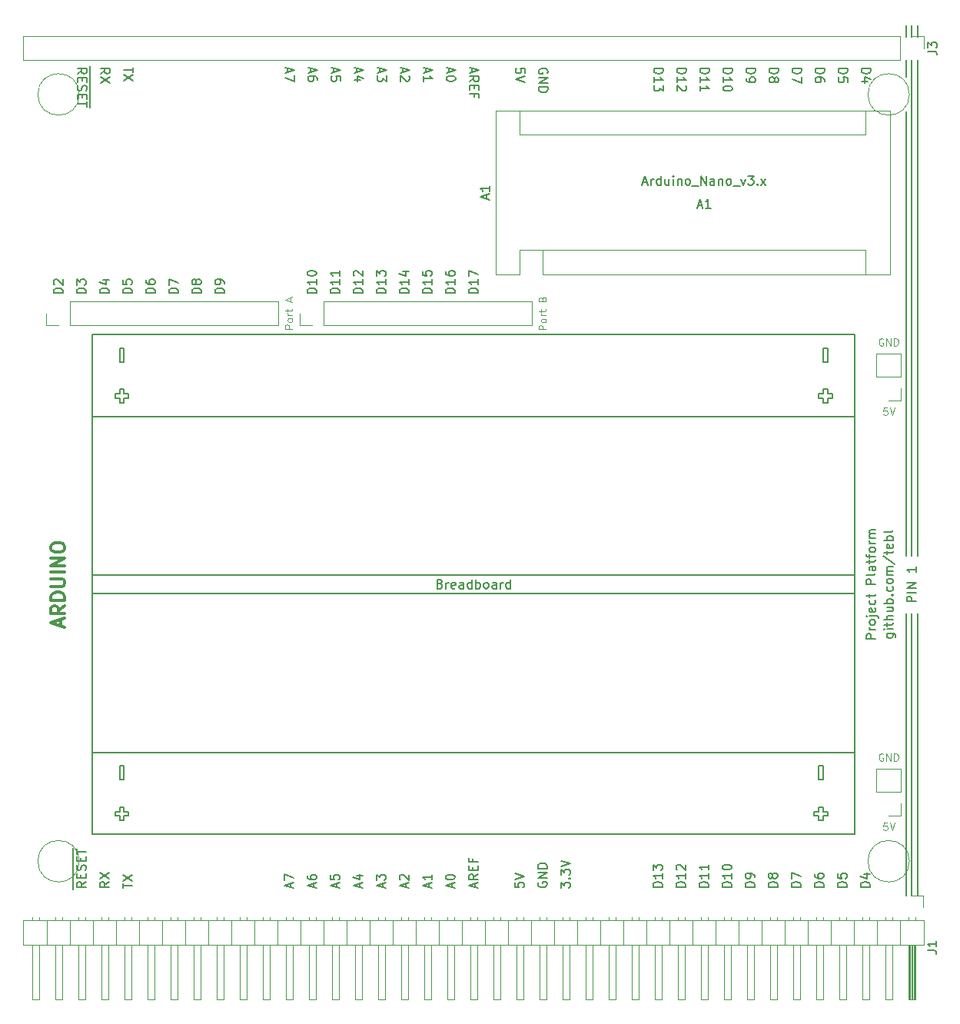
<source format=gto>
G04 #@! TF.GenerationSoftware,KiCad,Pcbnew,(5.1.5)-3*
G04 #@! TF.CreationDate,2020-03-10T22:42:51+01:00*
G04 #@! TF.ProjectId,PP Arduino,50502041-7264-4756-996e-6f2e6b696361,rev?*
G04 #@! TF.SameCoordinates,Original*
G04 #@! TF.FileFunction,Legend,Top*
G04 #@! TF.FilePolarity,Positive*
%FSLAX46Y46*%
G04 Gerber Fmt 4.6, Leading zero omitted, Abs format (unit mm)*
G04 Created by KiCad (PCBNEW (5.1.5)-3) date 2020-03-10 22:42:51*
%MOMM*%
%LPD*%
G04 APERTURE LIST*
%ADD10C,0.150000*%
%ADD11C,0.200000*%
%ADD12C,0.100000*%
%ADD13C,0.300000*%
%ADD14C,0.120000*%
G04 APERTURE END LIST*
D10*
X150312380Y-77769404D02*
X149312380Y-77769404D01*
X149312380Y-77531309D01*
X149360000Y-77388452D01*
X149455238Y-77293214D01*
X149550476Y-77245595D01*
X149740952Y-77197976D01*
X149883809Y-77197976D01*
X150074285Y-77245595D01*
X150169523Y-77293214D01*
X150264761Y-77388452D01*
X150312380Y-77531309D01*
X150312380Y-77769404D01*
X150312380Y-76245595D02*
X150312380Y-76817023D01*
X150312380Y-76531309D02*
X149312380Y-76531309D01*
X149455238Y-76626547D01*
X149550476Y-76721785D01*
X149598095Y-76817023D01*
X149312380Y-75912261D02*
X149312380Y-75245595D01*
X150312380Y-75674166D01*
X147772380Y-77769404D02*
X146772380Y-77769404D01*
X146772380Y-77531309D01*
X146820000Y-77388452D01*
X146915238Y-77293214D01*
X147010476Y-77245595D01*
X147200952Y-77197976D01*
X147343809Y-77197976D01*
X147534285Y-77245595D01*
X147629523Y-77293214D01*
X147724761Y-77388452D01*
X147772380Y-77531309D01*
X147772380Y-77769404D01*
X147772380Y-76245595D02*
X147772380Y-76817023D01*
X147772380Y-76531309D02*
X146772380Y-76531309D01*
X146915238Y-76626547D01*
X147010476Y-76721785D01*
X147058095Y-76817023D01*
X146772380Y-75388452D02*
X146772380Y-75578928D01*
X146820000Y-75674166D01*
X146867619Y-75721785D01*
X147010476Y-75817023D01*
X147200952Y-75864642D01*
X147581904Y-75864642D01*
X147677142Y-75817023D01*
X147724761Y-75769404D01*
X147772380Y-75674166D01*
X147772380Y-75483690D01*
X147724761Y-75388452D01*
X147677142Y-75340833D01*
X147581904Y-75293214D01*
X147343809Y-75293214D01*
X147248571Y-75340833D01*
X147200952Y-75388452D01*
X147153333Y-75483690D01*
X147153333Y-75674166D01*
X147200952Y-75769404D01*
X147248571Y-75817023D01*
X147343809Y-75864642D01*
X145232380Y-77769404D02*
X144232380Y-77769404D01*
X144232380Y-77531309D01*
X144280000Y-77388452D01*
X144375238Y-77293214D01*
X144470476Y-77245595D01*
X144660952Y-77197976D01*
X144803809Y-77197976D01*
X144994285Y-77245595D01*
X145089523Y-77293214D01*
X145184761Y-77388452D01*
X145232380Y-77531309D01*
X145232380Y-77769404D01*
X145232380Y-76245595D02*
X145232380Y-76817023D01*
X145232380Y-76531309D02*
X144232380Y-76531309D01*
X144375238Y-76626547D01*
X144470476Y-76721785D01*
X144518095Y-76817023D01*
X144232380Y-75340833D02*
X144232380Y-75817023D01*
X144708571Y-75864642D01*
X144660952Y-75817023D01*
X144613333Y-75721785D01*
X144613333Y-75483690D01*
X144660952Y-75388452D01*
X144708571Y-75340833D01*
X144803809Y-75293214D01*
X145041904Y-75293214D01*
X145137142Y-75340833D01*
X145184761Y-75388452D01*
X145232380Y-75483690D01*
X145232380Y-75721785D01*
X145184761Y-75817023D01*
X145137142Y-75864642D01*
X142692380Y-77769404D02*
X141692380Y-77769404D01*
X141692380Y-77531309D01*
X141740000Y-77388452D01*
X141835238Y-77293214D01*
X141930476Y-77245595D01*
X142120952Y-77197976D01*
X142263809Y-77197976D01*
X142454285Y-77245595D01*
X142549523Y-77293214D01*
X142644761Y-77388452D01*
X142692380Y-77531309D01*
X142692380Y-77769404D01*
X142692380Y-76245595D02*
X142692380Y-76817023D01*
X142692380Y-76531309D02*
X141692380Y-76531309D01*
X141835238Y-76626547D01*
X141930476Y-76721785D01*
X141978095Y-76817023D01*
X142025714Y-75388452D02*
X142692380Y-75388452D01*
X141644761Y-75626547D02*
X142359047Y-75864642D01*
X142359047Y-75245595D01*
X140152380Y-77769404D02*
X139152380Y-77769404D01*
X139152380Y-77531309D01*
X139200000Y-77388452D01*
X139295238Y-77293214D01*
X139390476Y-77245595D01*
X139580952Y-77197976D01*
X139723809Y-77197976D01*
X139914285Y-77245595D01*
X140009523Y-77293214D01*
X140104761Y-77388452D01*
X140152380Y-77531309D01*
X140152380Y-77769404D01*
X140152380Y-76245595D02*
X140152380Y-76817023D01*
X140152380Y-76531309D02*
X139152380Y-76531309D01*
X139295238Y-76626547D01*
X139390476Y-76721785D01*
X139438095Y-76817023D01*
X139152380Y-75912261D02*
X139152380Y-75293214D01*
X139533333Y-75626547D01*
X139533333Y-75483690D01*
X139580952Y-75388452D01*
X139628571Y-75340833D01*
X139723809Y-75293214D01*
X139961904Y-75293214D01*
X140057142Y-75340833D01*
X140104761Y-75388452D01*
X140152380Y-75483690D01*
X140152380Y-75769404D01*
X140104761Y-75864642D01*
X140057142Y-75912261D01*
X137612380Y-77769404D02*
X136612380Y-77769404D01*
X136612380Y-77531309D01*
X136660000Y-77388452D01*
X136755238Y-77293214D01*
X136850476Y-77245595D01*
X137040952Y-77197976D01*
X137183809Y-77197976D01*
X137374285Y-77245595D01*
X137469523Y-77293214D01*
X137564761Y-77388452D01*
X137612380Y-77531309D01*
X137612380Y-77769404D01*
X137612380Y-76245595D02*
X137612380Y-76817023D01*
X137612380Y-76531309D02*
X136612380Y-76531309D01*
X136755238Y-76626547D01*
X136850476Y-76721785D01*
X136898095Y-76817023D01*
X136707619Y-75864642D02*
X136660000Y-75817023D01*
X136612380Y-75721785D01*
X136612380Y-75483690D01*
X136660000Y-75388452D01*
X136707619Y-75340833D01*
X136802857Y-75293214D01*
X136898095Y-75293214D01*
X137040952Y-75340833D01*
X137612380Y-75912261D01*
X137612380Y-75293214D01*
X135072380Y-77769404D02*
X134072380Y-77769404D01*
X134072380Y-77531309D01*
X134120000Y-77388452D01*
X134215238Y-77293214D01*
X134310476Y-77245595D01*
X134500952Y-77197976D01*
X134643809Y-77197976D01*
X134834285Y-77245595D01*
X134929523Y-77293214D01*
X135024761Y-77388452D01*
X135072380Y-77531309D01*
X135072380Y-77769404D01*
X135072380Y-76245595D02*
X135072380Y-76817023D01*
X135072380Y-76531309D02*
X134072380Y-76531309D01*
X134215238Y-76626547D01*
X134310476Y-76721785D01*
X134358095Y-76817023D01*
X135072380Y-75293214D02*
X135072380Y-75864642D01*
X135072380Y-75578928D02*
X134072380Y-75578928D01*
X134215238Y-75674166D01*
X134310476Y-75769404D01*
X134358095Y-75864642D01*
X132532380Y-77769404D02*
X131532380Y-77769404D01*
X131532380Y-77531309D01*
X131580000Y-77388452D01*
X131675238Y-77293214D01*
X131770476Y-77245595D01*
X131960952Y-77197976D01*
X132103809Y-77197976D01*
X132294285Y-77245595D01*
X132389523Y-77293214D01*
X132484761Y-77388452D01*
X132532380Y-77531309D01*
X132532380Y-77769404D01*
X132532380Y-76245595D02*
X132532380Y-76817023D01*
X132532380Y-76531309D02*
X131532380Y-76531309D01*
X131675238Y-76626547D01*
X131770476Y-76721785D01*
X131818095Y-76817023D01*
X131532380Y-75626547D02*
X131532380Y-75531309D01*
X131580000Y-75436071D01*
X131627619Y-75388452D01*
X131722857Y-75340833D01*
X131913333Y-75293214D01*
X132151428Y-75293214D01*
X132341904Y-75340833D01*
X132437142Y-75388452D01*
X132484761Y-75436071D01*
X132532380Y-75531309D01*
X132532380Y-75626547D01*
X132484761Y-75721785D01*
X132437142Y-75769404D01*
X132341904Y-75817023D01*
X132151428Y-75864642D01*
X131913333Y-75864642D01*
X131722857Y-75817023D01*
X131627619Y-75769404D01*
X131580000Y-75721785D01*
X131532380Y-75626547D01*
X122372380Y-77769404D02*
X121372380Y-77769404D01*
X121372380Y-77531309D01*
X121420000Y-77388452D01*
X121515238Y-77293214D01*
X121610476Y-77245595D01*
X121800952Y-77197976D01*
X121943809Y-77197976D01*
X122134285Y-77245595D01*
X122229523Y-77293214D01*
X122324761Y-77388452D01*
X122372380Y-77531309D01*
X122372380Y-77769404D01*
X122372380Y-76721785D02*
X122372380Y-76531309D01*
X122324761Y-76436071D01*
X122277142Y-76388452D01*
X122134285Y-76293214D01*
X121943809Y-76245595D01*
X121562857Y-76245595D01*
X121467619Y-76293214D01*
X121420000Y-76340833D01*
X121372380Y-76436071D01*
X121372380Y-76626547D01*
X121420000Y-76721785D01*
X121467619Y-76769404D01*
X121562857Y-76817023D01*
X121800952Y-76817023D01*
X121896190Y-76769404D01*
X121943809Y-76721785D01*
X121991428Y-76626547D01*
X121991428Y-76436071D01*
X121943809Y-76340833D01*
X121896190Y-76293214D01*
X121800952Y-76245595D01*
X119832380Y-77769404D02*
X118832380Y-77769404D01*
X118832380Y-77531309D01*
X118880000Y-77388452D01*
X118975238Y-77293214D01*
X119070476Y-77245595D01*
X119260952Y-77197976D01*
X119403809Y-77197976D01*
X119594285Y-77245595D01*
X119689523Y-77293214D01*
X119784761Y-77388452D01*
X119832380Y-77531309D01*
X119832380Y-77769404D01*
X119260952Y-76626547D02*
X119213333Y-76721785D01*
X119165714Y-76769404D01*
X119070476Y-76817023D01*
X119022857Y-76817023D01*
X118927619Y-76769404D01*
X118880000Y-76721785D01*
X118832380Y-76626547D01*
X118832380Y-76436071D01*
X118880000Y-76340833D01*
X118927619Y-76293214D01*
X119022857Y-76245595D01*
X119070476Y-76245595D01*
X119165714Y-76293214D01*
X119213333Y-76340833D01*
X119260952Y-76436071D01*
X119260952Y-76626547D01*
X119308571Y-76721785D01*
X119356190Y-76769404D01*
X119451428Y-76817023D01*
X119641904Y-76817023D01*
X119737142Y-76769404D01*
X119784761Y-76721785D01*
X119832380Y-76626547D01*
X119832380Y-76436071D01*
X119784761Y-76340833D01*
X119737142Y-76293214D01*
X119641904Y-76245595D01*
X119451428Y-76245595D01*
X119356190Y-76293214D01*
X119308571Y-76340833D01*
X119260952Y-76436071D01*
X117292380Y-77769404D02*
X116292380Y-77769404D01*
X116292380Y-77531309D01*
X116340000Y-77388452D01*
X116435238Y-77293214D01*
X116530476Y-77245595D01*
X116720952Y-77197976D01*
X116863809Y-77197976D01*
X117054285Y-77245595D01*
X117149523Y-77293214D01*
X117244761Y-77388452D01*
X117292380Y-77531309D01*
X117292380Y-77769404D01*
X116292380Y-76864642D02*
X116292380Y-76197976D01*
X117292380Y-76626547D01*
X114752380Y-77769404D02*
X113752380Y-77769404D01*
X113752380Y-77531309D01*
X113800000Y-77388452D01*
X113895238Y-77293214D01*
X113990476Y-77245595D01*
X114180952Y-77197976D01*
X114323809Y-77197976D01*
X114514285Y-77245595D01*
X114609523Y-77293214D01*
X114704761Y-77388452D01*
X114752380Y-77531309D01*
X114752380Y-77769404D01*
X113752380Y-76340833D02*
X113752380Y-76531309D01*
X113800000Y-76626547D01*
X113847619Y-76674166D01*
X113990476Y-76769404D01*
X114180952Y-76817023D01*
X114561904Y-76817023D01*
X114657142Y-76769404D01*
X114704761Y-76721785D01*
X114752380Y-76626547D01*
X114752380Y-76436071D01*
X114704761Y-76340833D01*
X114657142Y-76293214D01*
X114561904Y-76245595D01*
X114323809Y-76245595D01*
X114228571Y-76293214D01*
X114180952Y-76340833D01*
X114133333Y-76436071D01*
X114133333Y-76626547D01*
X114180952Y-76721785D01*
X114228571Y-76769404D01*
X114323809Y-76817023D01*
X112212380Y-77769404D02*
X111212380Y-77769404D01*
X111212380Y-77531309D01*
X111260000Y-77388452D01*
X111355238Y-77293214D01*
X111450476Y-77245595D01*
X111640952Y-77197976D01*
X111783809Y-77197976D01*
X111974285Y-77245595D01*
X112069523Y-77293214D01*
X112164761Y-77388452D01*
X112212380Y-77531309D01*
X112212380Y-77769404D01*
X111212380Y-76293214D02*
X111212380Y-76769404D01*
X111688571Y-76817023D01*
X111640952Y-76769404D01*
X111593333Y-76674166D01*
X111593333Y-76436071D01*
X111640952Y-76340833D01*
X111688571Y-76293214D01*
X111783809Y-76245595D01*
X112021904Y-76245595D01*
X112117142Y-76293214D01*
X112164761Y-76340833D01*
X112212380Y-76436071D01*
X112212380Y-76674166D01*
X112164761Y-76769404D01*
X112117142Y-76817023D01*
X109672380Y-77769404D02*
X108672380Y-77769404D01*
X108672380Y-77531309D01*
X108720000Y-77388452D01*
X108815238Y-77293214D01*
X108910476Y-77245595D01*
X109100952Y-77197976D01*
X109243809Y-77197976D01*
X109434285Y-77245595D01*
X109529523Y-77293214D01*
X109624761Y-77388452D01*
X109672380Y-77531309D01*
X109672380Y-77769404D01*
X109005714Y-76340833D02*
X109672380Y-76340833D01*
X108624761Y-76578928D02*
X109339047Y-76817023D01*
X109339047Y-76197976D01*
X107132380Y-77769404D02*
X106132380Y-77769404D01*
X106132380Y-77531309D01*
X106180000Y-77388452D01*
X106275238Y-77293214D01*
X106370476Y-77245595D01*
X106560952Y-77197976D01*
X106703809Y-77197976D01*
X106894285Y-77245595D01*
X106989523Y-77293214D01*
X107084761Y-77388452D01*
X107132380Y-77531309D01*
X107132380Y-77769404D01*
X106132380Y-76864642D02*
X106132380Y-76245595D01*
X106513333Y-76578928D01*
X106513333Y-76436071D01*
X106560952Y-76340833D01*
X106608571Y-76293214D01*
X106703809Y-76245595D01*
X106941904Y-76245595D01*
X107037142Y-76293214D01*
X107084761Y-76340833D01*
X107132380Y-76436071D01*
X107132380Y-76721785D01*
X107084761Y-76817023D01*
X107037142Y-76864642D01*
X104592380Y-77769404D02*
X103592380Y-77769404D01*
X103592380Y-77531309D01*
X103640000Y-77388452D01*
X103735238Y-77293214D01*
X103830476Y-77245595D01*
X104020952Y-77197976D01*
X104163809Y-77197976D01*
X104354285Y-77245595D01*
X104449523Y-77293214D01*
X104544761Y-77388452D01*
X104592380Y-77531309D01*
X104592380Y-77769404D01*
X103687619Y-76817023D02*
X103640000Y-76769404D01*
X103592380Y-76674166D01*
X103592380Y-76436071D01*
X103640000Y-76340833D01*
X103687619Y-76293214D01*
X103782857Y-76245595D01*
X103878095Y-76245595D01*
X104020952Y-76293214D01*
X104592380Y-76864642D01*
X104592380Y-76245595D01*
X159472380Y-143269642D02*
X159472380Y-142650595D01*
X159853333Y-142983928D01*
X159853333Y-142841071D01*
X159900952Y-142745833D01*
X159948571Y-142698214D01*
X160043809Y-142650595D01*
X160281904Y-142650595D01*
X160377142Y-142698214D01*
X160424761Y-142745833D01*
X160472380Y-142841071D01*
X160472380Y-143126785D01*
X160424761Y-143222023D01*
X160377142Y-143269642D01*
X160377142Y-142222023D02*
X160424761Y-142174404D01*
X160472380Y-142222023D01*
X160424761Y-142269642D01*
X160377142Y-142222023D01*
X160472380Y-142222023D01*
X159472380Y-141841071D02*
X159472380Y-141222023D01*
X159853333Y-141555357D01*
X159853333Y-141412500D01*
X159900952Y-141317261D01*
X159948571Y-141269642D01*
X160043809Y-141222023D01*
X160281904Y-141222023D01*
X160377142Y-141269642D01*
X160424761Y-141317261D01*
X160472380Y-141412500D01*
X160472380Y-141698214D01*
X160424761Y-141793452D01*
X160377142Y-141841071D01*
X159472380Y-140936309D02*
X160472380Y-140602976D01*
X159472380Y-140269642D01*
X193492380Y-143174404D02*
X192492380Y-143174404D01*
X192492380Y-142936309D01*
X192540000Y-142793452D01*
X192635238Y-142698214D01*
X192730476Y-142650595D01*
X192920952Y-142602976D01*
X193063809Y-142602976D01*
X193254285Y-142650595D01*
X193349523Y-142698214D01*
X193444761Y-142793452D01*
X193492380Y-142936309D01*
X193492380Y-143174404D01*
X192825714Y-141745833D02*
X193492380Y-141745833D01*
X192444761Y-141983928D02*
X193159047Y-142222023D01*
X193159047Y-141602976D01*
X190952380Y-143174404D02*
X189952380Y-143174404D01*
X189952380Y-142936309D01*
X190000000Y-142793452D01*
X190095238Y-142698214D01*
X190190476Y-142650595D01*
X190380952Y-142602976D01*
X190523809Y-142602976D01*
X190714285Y-142650595D01*
X190809523Y-142698214D01*
X190904761Y-142793452D01*
X190952380Y-142936309D01*
X190952380Y-143174404D01*
X189952380Y-141698214D02*
X189952380Y-142174404D01*
X190428571Y-142222023D01*
X190380952Y-142174404D01*
X190333333Y-142079166D01*
X190333333Y-141841071D01*
X190380952Y-141745833D01*
X190428571Y-141698214D01*
X190523809Y-141650595D01*
X190761904Y-141650595D01*
X190857142Y-141698214D01*
X190904761Y-141745833D01*
X190952380Y-141841071D01*
X190952380Y-142079166D01*
X190904761Y-142174404D01*
X190857142Y-142222023D01*
X188412380Y-143174404D02*
X187412380Y-143174404D01*
X187412380Y-142936309D01*
X187460000Y-142793452D01*
X187555238Y-142698214D01*
X187650476Y-142650595D01*
X187840952Y-142602976D01*
X187983809Y-142602976D01*
X188174285Y-142650595D01*
X188269523Y-142698214D01*
X188364761Y-142793452D01*
X188412380Y-142936309D01*
X188412380Y-143174404D01*
X187412380Y-141745833D02*
X187412380Y-141936309D01*
X187460000Y-142031547D01*
X187507619Y-142079166D01*
X187650476Y-142174404D01*
X187840952Y-142222023D01*
X188221904Y-142222023D01*
X188317142Y-142174404D01*
X188364761Y-142126785D01*
X188412380Y-142031547D01*
X188412380Y-141841071D01*
X188364761Y-141745833D01*
X188317142Y-141698214D01*
X188221904Y-141650595D01*
X187983809Y-141650595D01*
X187888571Y-141698214D01*
X187840952Y-141745833D01*
X187793333Y-141841071D01*
X187793333Y-142031547D01*
X187840952Y-142126785D01*
X187888571Y-142174404D01*
X187983809Y-142222023D01*
X185872380Y-143174404D02*
X184872380Y-143174404D01*
X184872380Y-142936309D01*
X184920000Y-142793452D01*
X185015238Y-142698214D01*
X185110476Y-142650595D01*
X185300952Y-142602976D01*
X185443809Y-142602976D01*
X185634285Y-142650595D01*
X185729523Y-142698214D01*
X185824761Y-142793452D01*
X185872380Y-142936309D01*
X185872380Y-143174404D01*
X184872380Y-142269642D02*
X184872380Y-141602976D01*
X185872380Y-142031547D01*
X183332380Y-143174404D02*
X182332380Y-143174404D01*
X182332380Y-142936309D01*
X182380000Y-142793452D01*
X182475238Y-142698214D01*
X182570476Y-142650595D01*
X182760952Y-142602976D01*
X182903809Y-142602976D01*
X183094285Y-142650595D01*
X183189523Y-142698214D01*
X183284761Y-142793452D01*
X183332380Y-142936309D01*
X183332380Y-143174404D01*
X182760952Y-142031547D02*
X182713333Y-142126785D01*
X182665714Y-142174404D01*
X182570476Y-142222023D01*
X182522857Y-142222023D01*
X182427619Y-142174404D01*
X182380000Y-142126785D01*
X182332380Y-142031547D01*
X182332380Y-141841071D01*
X182380000Y-141745833D01*
X182427619Y-141698214D01*
X182522857Y-141650595D01*
X182570476Y-141650595D01*
X182665714Y-141698214D01*
X182713333Y-141745833D01*
X182760952Y-141841071D01*
X182760952Y-142031547D01*
X182808571Y-142126785D01*
X182856190Y-142174404D01*
X182951428Y-142222023D01*
X183141904Y-142222023D01*
X183237142Y-142174404D01*
X183284761Y-142126785D01*
X183332380Y-142031547D01*
X183332380Y-141841071D01*
X183284761Y-141745833D01*
X183237142Y-141698214D01*
X183141904Y-141650595D01*
X182951428Y-141650595D01*
X182856190Y-141698214D01*
X182808571Y-141745833D01*
X182760952Y-141841071D01*
X180792380Y-143174404D02*
X179792380Y-143174404D01*
X179792380Y-142936309D01*
X179840000Y-142793452D01*
X179935238Y-142698214D01*
X180030476Y-142650595D01*
X180220952Y-142602976D01*
X180363809Y-142602976D01*
X180554285Y-142650595D01*
X180649523Y-142698214D01*
X180744761Y-142793452D01*
X180792380Y-142936309D01*
X180792380Y-143174404D01*
X180792380Y-142126785D02*
X180792380Y-141936309D01*
X180744761Y-141841071D01*
X180697142Y-141793452D01*
X180554285Y-141698214D01*
X180363809Y-141650595D01*
X179982857Y-141650595D01*
X179887619Y-141698214D01*
X179840000Y-141745833D01*
X179792380Y-141841071D01*
X179792380Y-142031547D01*
X179840000Y-142126785D01*
X179887619Y-142174404D01*
X179982857Y-142222023D01*
X180220952Y-142222023D01*
X180316190Y-142174404D01*
X180363809Y-142126785D01*
X180411428Y-142031547D01*
X180411428Y-141841071D01*
X180363809Y-141745833D01*
X180316190Y-141698214D01*
X180220952Y-141650595D01*
X178252380Y-143174404D02*
X177252380Y-143174404D01*
X177252380Y-142936309D01*
X177300000Y-142793452D01*
X177395238Y-142698214D01*
X177490476Y-142650595D01*
X177680952Y-142602976D01*
X177823809Y-142602976D01*
X178014285Y-142650595D01*
X178109523Y-142698214D01*
X178204761Y-142793452D01*
X178252380Y-142936309D01*
X178252380Y-143174404D01*
X178252380Y-141650595D02*
X178252380Y-142222023D01*
X178252380Y-141936309D02*
X177252380Y-141936309D01*
X177395238Y-142031547D01*
X177490476Y-142126785D01*
X177538095Y-142222023D01*
X177252380Y-141031547D02*
X177252380Y-140936309D01*
X177300000Y-140841071D01*
X177347619Y-140793452D01*
X177442857Y-140745833D01*
X177633333Y-140698214D01*
X177871428Y-140698214D01*
X178061904Y-140745833D01*
X178157142Y-140793452D01*
X178204761Y-140841071D01*
X178252380Y-140936309D01*
X178252380Y-141031547D01*
X178204761Y-141126785D01*
X178157142Y-141174404D01*
X178061904Y-141222023D01*
X177871428Y-141269642D01*
X177633333Y-141269642D01*
X177442857Y-141222023D01*
X177347619Y-141174404D01*
X177300000Y-141126785D01*
X177252380Y-141031547D01*
X175712380Y-143174404D02*
X174712380Y-143174404D01*
X174712380Y-142936309D01*
X174760000Y-142793452D01*
X174855238Y-142698214D01*
X174950476Y-142650595D01*
X175140952Y-142602976D01*
X175283809Y-142602976D01*
X175474285Y-142650595D01*
X175569523Y-142698214D01*
X175664761Y-142793452D01*
X175712380Y-142936309D01*
X175712380Y-143174404D01*
X175712380Y-141650595D02*
X175712380Y-142222023D01*
X175712380Y-141936309D02*
X174712380Y-141936309D01*
X174855238Y-142031547D01*
X174950476Y-142126785D01*
X174998095Y-142222023D01*
X175712380Y-140698214D02*
X175712380Y-141269642D01*
X175712380Y-140983928D02*
X174712380Y-140983928D01*
X174855238Y-141079166D01*
X174950476Y-141174404D01*
X174998095Y-141269642D01*
X173172380Y-143174404D02*
X172172380Y-143174404D01*
X172172380Y-142936309D01*
X172220000Y-142793452D01*
X172315238Y-142698214D01*
X172410476Y-142650595D01*
X172600952Y-142602976D01*
X172743809Y-142602976D01*
X172934285Y-142650595D01*
X173029523Y-142698214D01*
X173124761Y-142793452D01*
X173172380Y-142936309D01*
X173172380Y-143174404D01*
X173172380Y-141650595D02*
X173172380Y-142222023D01*
X173172380Y-141936309D02*
X172172380Y-141936309D01*
X172315238Y-142031547D01*
X172410476Y-142126785D01*
X172458095Y-142222023D01*
X172267619Y-141269642D02*
X172220000Y-141222023D01*
X172172380Y-141126785D01*
X172172380Y-140888690D01*
X172220000Y-140793452D01*
X172267619Y-140745833D01*
X172362857Y-140698214D01*
X172458095Y-140698214D01*
X172600952Y-140745833D01*
X173172380Y-141317261D01*
X173172380Y-140698214D01*
X170632380Y-143174404D02*
X169632380Y-143174404D01*
X169632380Y-142936309D01*
X169680000Y-142793452D01*
X169775238Y-142698214D01*
X169870476Y-142650595D01*
X170060952Y-142602976D01*
X170203809Y-142602976D01*
X170394285Y-142650595D01*
X170489523Y-142698214D01*
X170584761Y-142793452D01*
X170632380Y-142936309D01*
X170632380Y-143174404D01*
X170632380Y-141650595D02*
X170632380Y-142222023D01*
X170632380Y-141936309D02*
X169632380Y-141936309D01*
X169775238Y-142031547D01*
X169870476Y-142126785D01*
X169918095Y-142222023D01*
X169632380Y-141317261D02*
X169632380Y-140698214D01*
X170013333Y-141031547D01*
X170013333Y-140888690D01*
X170060952Y-140793452D01*
X170108571Y-140745833D01*
X170203809Y-140698214D01*
X170441904Y-140698214D01*
X170537142Y-140745833D01*
X170584761Y-140793452D01*
X170632380Y-140888690D01*
X170632380Y-141174404D01*
X170584761Y-141269642D01*
X170537142Y-141317261D01*
X154392380Y-142698214D02*
X154392380Y-143174404D01*
X154868571Y-143222023D01*
X154820952Y-143174404D01*
X154773333Y-143079166D01*
X154773333Y-142841071D01*
X154820952Y-142745833D01*
X154868571Y-142698214D01*
X154963809Y-142650595D01*
X155201904Y-142650595D01*
X155297142Y-142698214D01*
X155344761Y-142745833D01*
X155392380Y-142841071D01*
X155392380Y-143079166D01*
X155344761Y-143174404D01*
X155297142Y-143222023D01*
X154392380Y-142364880D02*
X155392380Y-142031547D01*
X154392380Y-141698214D01*
X150026666Y-143222023D02*
X150026666Y-142745833D01*
X150312380Y-143317261D02*
X149312380Y-142983928D01*
X150312380Y-142650595D01*
X150312380Y-141745833D02*
X149836190Y-142079166D01*
X150312380Y-142317261D02*
X149312380Y-142317261D01*
X149312380Y-141936309D01*
X149360000Y-141841071D01*
X149407619Y-141793452D01*
X149502857Y-141745833D01*
X149645714Y-141745833D01*
X149740952Y-141793452D01*
X149788571Y-141841071D01*
X149836190Y-141936309D01*
X149836190Y-142317261D01*
X149788571Y-141317261D02*
X149788571Y-140983928D01*
X150312380Y-140841071D02*
X150312380Y-141317261D01*
X149312380Y-141317261D01*
X149312380Y-140841071D01*
X149788571Y-140079166D02*
X149788571Y-140412500D01*
X150312380Y-140412500D02*
X149312380Y-140412500D01*
X149312380Y-139936309D01*
X147486666Y-143222023D02*
X147486666Y-142745833D01*
X147772380Y-143317261D02*
X146772380Y-142983928D01*
X147772380Y-142650595D01*
X146772380Y-142126785D02*
X146772380Y-142031547D01*
X146820000Y-141936309D01*
X146867619Y-141888690D01*
X146962857Y-141841071D01*
X147153333Y-141793452D01*
X147391428Y-141793452D01*
X147581904Y-141841071D01*
X147677142Y-141888690D01*
X147724761Y-141936309D01*
X147772380Y-142031547D01*
X147772380Y-142126785D01*
X147724761Y-142222023D01*
X147677142Y-142269642D01*
X147581904Y-142317261D01*
X147391428Y-142364880D01*
X147153333Y-142364880D01*
X146962857Y-142317261D01*
X146867619Y-142269642D01*
X146820000Y-142222023D01*
X146772380Y-142126785D01*
X144946666Y-143222023D02*
X144946666Y-142745833D01*
X145232380Y-143317261D02*
X144232380Y-142983928D01*
X145232380Y-142650595D01*
X145232380Y-141793452D02*
X145232380Y-142364880D01*
X145232380Y-142079166D02*
X144232380Y-142079166D01*
X144375238Y-142174404D01*
X144470476Y-142269642D01*
X144518095Y-142364880D01*
X142406666Y-143222023D02*
X142406666Y-142745833D01*
X142692380Y-143317261D02*
X141692380Y-142983928D01*
X142692380Y-142650595D01*
X141787619Y-142364880D02*
X141740000Y-142317261D01*
X141692380Y-142222023D01*
X141692380Y-141983928D01*
X141740000Y-141888690D01*
X141787619Y-141841071D01*
X141882857Y-141793452D01*
X141978095Y-141793452D01*
X142120952Y-141841071D01*
X142692380Y-142412500D01*
X142692380Y-141793452D01*
X139866666Y-143222023D02*
X139866666Y-142745833D01*
X140152380Y-143317261D02*
X139152380Y-142983928D01*
X140152380Y-142650595D01*
X139152380Y-142412500D02*
X139152380Y-141793452D01*
X139533333Y-142126785D01*
X139533333Y-141983928D01*
X139580952Y-141888690D01*
X139628571Y-141841071D01*
X139723809Y-141793452D01*
X139961904Y-141793452D01*
X140057142Y-141841071D01*
X140104761Y-141888690D01*
X140152380Y-141983928D01*
X140152380Y-142269642D01*
X140104761Y-142364880D01*
X140057142Y-142412500D01*
X137326666Y-143222023D02*
X137326666Y-142745833D01*
X137612380Y-143317261D02*
X136612380Y-142983928D01*
X137612380Y-142650595D01*
X136945714Y-141888690D02*
X137612380Y-141888690D01*
X136564761Y-142126785D02*
X137279047Y-142364880D01*
X137279047Y-141745833D01*
X134786666Y-143222023D02*
X134786666Y-142745833D01*
X135072380Y-143317261D02*
X134072380Y-142983928D01*
X135072380Y-142650595D01*
X134072380Y-141841071D02*
X134072380Y-142317261D01*
X134548571Y-142364880D01*
X134500952Y-142317261D01*
X134453333Y-142222023D01*
X134453333Y-141983928D01*
X134500952Y-141888690D01*
X134548571Y-141841071D01*
X134643809Y-141793452D01*
X134881904Y-141793452D01*
X134977142Y-141841071D01*
X135024761Y-141888690D01*
X135072380Y-141983928D01*
X135072380Y-142222023D01*
X135024761Y-142317261D01*
X134977142Y-142364880D01*
X132246666Y-143222023D02*
X132246666Y-142745833D01*
X132532380Y-143317261D02*
X131532380Y-142983928D01*
X132532380Y-142650595D01*
X131532380Y-141888690D02*
X131532380Y-142079166D01*
X131580000Y-142174404D01*
X131627619Y-142222023D01*
X131770476Y-142317261D01*
X131960952Y-142364880D01*
X132341904Y-142364880D01*
X132437142Y-142317261D01*
X132484761Y-142269642D01*
X132532380Y-142174404D01*
X132532380Y-141983928D01*
X132484761Y-141888690D01*
X132437142Y-141841071D01*
X132341904Y-141793452D01*
X132103809Y-141793452D01*
X132008571Y-141841071D01*
X131960952Y-141888690D01*
X131913333Y-141983928D01*
X131913333Y-142174404D01*
X131960952Y-142269642D01*
X132008571Y-142317261D01*
X132103809Y-142364880D01*
X129706666Y-143222023D02*
X129706666Y-142745833D01*
X129992380Y-143317261D02*
X128992380Y-142983928D01*
X129992380Y-142650595D01*
X128992380Y-142412500D02*
X128992380Y-141745833D01*
X129992380Y-142174404D01*
X111212380Y-143317261D02*
X111212380Y-142745833D01*
X112212380Y-143031547D02*
X111212380Y-143031547D01*
X111212380Y-142507738D02*
X112212380Y-141841071D01*
X111212380Y-141841071D02*
X112212380Y-142507738D01*
X109672380Y-142602976D02*
X109196190Y-142936309D01*
X109672380Y-143174404D02*
X108672380Y-143174404D01*
X108672380Y-142793452D01*
X108720000Y-142698214D01*
X108767619Y-142650595D01*
X108862857Y-142602976D01*
X109005714Y-142602976D01*
X109100952Y-142650595D01*
X109148571Y-142698214D01*
X109196190Y-142793452D01*
X109196190Y-143174404D01*
X108672380Y-142269642D02*
X109672380Y-141602976D01*
X108672380Y-141602976D02*
X109672380Y-142269642D01*
X105765000Y-143412500D02*
X105765000Y-142412500D01*
X107132380Y-142602976D02*
X106656190Y-142936309D01*
X107132380Y-143174404D02*
X106132380Y-143174404D01*
X106132380Y-142793452D01*
X106180000Y-142698214D01*
X106227619Y-142650595D01*
X106322857Y-142602976D01*
X106465714Y-142602976D01*
X106560952Y-142650595D01*
X106608571Y-142698214D01*
X106656190Y-142793452D01*
X106656190Y-143174404D01*
X105765000Y-142412500D02*
X105765000Y-141507738D01*
X106608571Y-142174404D02*
X106608571Y-141841071D01*
X107132380Y-141698214D02*
X107132380Y-142174404D01*
X106132380Y-142174404D01*
X106132380Y-141698214D01*
X105765000Y-141507738D02*
X105765000Y-140555357D01*
X107084761Y-141317261D02*
X107132380Y-141174404D01*
X107132380Y-140936309D01*
X107084761Y-140841071D01*
X107037142Y-140793452D01*
X106941904Y-140745833D01*
X106846666Y-140745833D01*
X106751428Y-140793452D01*
X106703809Y-140841071D01*
X106656190Y-140936309D01*
X106608571Y-141126785D01*
X106560952Y-141222023D01*
X106513333Y-141269642D01*
X106418095Y-141317261D01*
X106322857Y-141317261D01*
X106227619Y-141269642D01*
X106180000Y-141222023D01*
X106132380Y-141126785D01*
X106132380Y-140888690D01*
X106180000Y-140745833D01*
X105765000Y-140555357D02*
X105765000Y-139650595D01*
X106608571Y-140317261D02*
X106608571Y-139983928D01*
X107132380Y-139841071D02*
X107132380Y-140317261D01*
X106132380Y-140317261D01*
X106132380Y-139841071D01*
X105765000Y-139650595D02*
X105765000Y-138888690D01*
X106132380Y-139555357D02*
X106132380Y-138983928D01*
X107132380Y-139269642D02*
X106132380Y-139269642D01*
X192587619Y-53040595D02*
X193587619Y-53040595D01*
X193587619Y-53278690D01*
X193540000Y-53421547D01*
X193444761Y-53516785D01*
X193349523Y-53564404D01*
X193159047Y-53612023D01*
X193016190Y-53612023D01*
X192825714Y-53564404D01*
X192730476Y-53516785D01*
X192635238Y-53421547D01*
X192587619Y-53278690D01*
X192587619Y-53040595D01*
X193254285Y-54469166D02*
X192587619Y-54469166D01*
X193635238Y-54231071D02*
X192920952Y-53992976D01*
X192920952Y-54612023D01*
X190047619Y-53040595D02*
X191047619Y-53040595D01*
X191047619Y-53278690D01*
X191000000Y-53421547D01*
X190904761Y-53516785D01*
X190809523Y-53564404D01*
X190619047Y-53612023D01*
X190476190Y-53612023D01*
X190285714Y-53564404D01*
X190190476Y-53516785D01*
X190095238Y-53421547D01*
X190047619Y-53278690D01*
X190047619Y-53040595D01*
X191047619Y-54516785D02*
X191047619Y-54040595D01*
X190571428Y-53992976D01*
X190619047Y-54040595D01*
X190666666Y-54135833D01*
X190666666Y-54373928D01*
X190619047Y-54469166D01*
X190571428Y-54516785D01*
X190476190Y-54564404D01*
X190238095Y-54564404D01*
X190142857Y-54516785D01*
X190095238Y-54469166D01*
X190047619Y-54373928D01*
X190047619Y-54135833D01*
X190095238Y-54040595D01*
X190142857Y-53992976D01*
X187507619Y-53040595D02*
X188507619Y-53040595D01*
X188507619Y-53278690D01*
X188460000Y-53421547D01*
X188364761Y-53516785D01*
X188269523Y-53564404D01*
X188079047Y-53612023D01*
X187936190Y-53612023D01*
X187745714Y-53564404D01*
X187650476Y-53516785D01*
X187555238Y-53421547D01*
X187507619Y-53278690D01*
X187507619Y-53040595D01*
X188507619Y-54469166D02*
X188507619Y-54278690D01*
X188460000Y-54183452D01*
X188412380Y-54135833D01*
X188269523Y-54040595D01*
X188079047Y-53992976D01*
X187698095Y-53992976D01*
X187602857Y-54040595D01*
X187555238Y-54088214D01*
X187507619Y-54183452D01*
X187507619Y-54373928D01*
X187555238Y-54469166D01*
X187602857Y-54516785D01*
X187698095Y-54564404D01*
X187936190Y-54564404D01*
X188031428Y-54516785D01*
X188079047Y-54469166D01*
X188126666Y-54373928D01*
X188126666Y-54183452D01*
X188079047Y-54088214D01*
X188031428Y-54040595D01*
X187936190Y-53992976D01*
X184967619Y-53040595D02*
X185967619Y-53040595D01*
X185967619Y-53278690D01*
X185920000Y-53421547D01*
X185824761Y-53516785D01*
X185729523Y-53564404D01*
X185539047Y-53612023D01*
X185396190Y-53612023D01*
X185205714Y-53564404D01*
X185110476Y-53516785D01*
X185015238Y-53421547D01*
X184967619Y-53278690D01*
X184967619Y-53040595D01*
X185967619Y-53945357D02*
X185967619Y-54612023D01*
X184967619Y-54183452D01*
X149693333Y-52992976D02*
X149693333Y-53469166D01*
X149407619Y-52897738D02*
X150407619Y-53231071D01*
X149407619Y-53564404D01*
X149407619Y-54469166D02*
X149883809Y-54135833D01*
X149407619Y-53897738D02*
X150407619Y-53897738D01*
X150407619Y-54278690D01*
X150360000Y-54373928D01*
X150312380Y-54421547D01*
X150217142Y-54469166D01*
X150074285Y-54469166D01*
X149979047Y-54421547D01*
X149931428Y-54373928D01*
X149883809Y-54278690D01*
X149883809Y-53897738D01*
X149931428Y-54897738D02*
X149931428Y-55231071D01*
X149407619Y-55373928D02*
X149407619Y-54897738D01*
X150407619Y-54897738D01*
X150407619Y-55373928D01*
X149931428Y-56135833D02*
X149931428Y-55802500D01*
X149407619Y-55802500D02*
X150407619Y-55802500D01*
X150407619Y-56278690D01*
X147153333Y-52992976D02*
X147153333Y-53469166D01*
X146867619Y-52897738D02*
X147867619Y-53231071D01*
X146867619Y-53564404D01*
X147867619Y-54088214D02*
X147867619Y-54183452D01*
X147820000Y-54278690D01*
X147772380Y-54326309D01*
X147677142Y-54373928D01*
X147486666Y-54421547D01*
X147248571Y-54421547D01*
X147058095Y-54373928D01*
X146962857Y-54326309D01*
X146915238Y-54278690D01*
X146867619Y-54183452D01*
X146867619Y-54088214D01*
X146915238Y-53992976D01*
X146962857Y-53945357D01*
X147058095Y-53897738D01*
X147248571Y-53850119D01*
X147486666Y-53850119D01*
X147677142Y-53897738D01*
X147772380Y-53945357D01*
X147820000Y-53992976D01*
X147867619Y-54088214D01*
X144613333Y-52992976D02*
X144613333Y-53469166D01*
X144327619Y-52897738D02*
X145327619Y-53231071D01*
X144327619Y-53564404D01*
X144327619Y-54421547D02*
X144327619Y-53850119D01*
X144327619Y-54135833D02*
X145327619Y-54135833D01*
X145184761Y-54040595D01*
X145089523Y-53945357D01*
X145041904Y-53850119D01*
X142073333Y-52992976D02*
X142073333Y-53469166D01*
X141787619Y-52897738D02*
X142787619Y-53231071D01*
X141787619Y-53564404D01*
X142692380Y-53850119D02*
X142740000Y-53897738D01*
X142787619Y-53992976D01*
X142787619Y-54231071D01*
X142740000Y-54326309D01*
X142692380Y-54373928D01*
X142597142Y-54421547D01*
X142501904Y-54421547D01*
X142359047Y-54373928D01*
X141787619Y-53802500D01*
X141787619Y-54421547D01*
X112307619Y-52897738D02*
X112307619Y-53469166D01*
X111307619Y-53183452D02*
X112307619Y-53183452D01*
X112307619Y-53707261D02*
X111307619Y-54373928D01*
X112307619Y-54373928D02*
X111307619Y-53707261D01*
X108767619Y-53612023D02*
X109243809Y-53278690D01*
X108767619Y-53040595D02*
X109767619Y-53040595D01*
X109767619Y-53421547D01*
X109720000Y-53516785D01*
X109672380Y-53564404D01*
X109577142Y-53612023D01*
X109434285Y-53612023D01*
X109339047Y-53564404D01*
X109291428Y-53516785D01*
X109243809Y-53421547D01*
X109243809Y-53040595D01*
X109767619Y-53945357D02*
X108767619Y-54612023D01*
X109767619Y-54612023D02*
X108767619Y-53945357D01*
D11*
X197485000Y-62230000D02*
X197485000Y-80010000D01*
X198120000Y-80010000D02*
X198120000Y-62230000D01*
X198120000Y-62230000D02*
X198120000Y-52070000D01*
X197485000Y-57785000D02*
X197485000Y-62230000D01*
D12*
X194970476Y-128505000D02*
X194894285Y-128466904D01*
X194780000Y-128466904D01*
X194665714Y-128505000D01*
X194589523Y-128581190D01*
X194551428Y-128657380D01*
X194513333Y-128809761D01*
X194513333Y-128924047D01*
X194551428Y-129076428D01*
X194589523Y-129152619D01*
X194665714Y-129228809D01*
X194780000Y-129266904D01*
X194856190Y-129266904D01*
X194970476Y-129228809D01*
X195008571Y-129190714D01*
X195008571Y-128924047D01*
X194856190Y-128924047D01*
X195351428Y-129266904D02*
X195351428Y-128466904D01*
X195808571Y-129266904D01*
X195808571Y-128466904D01*
X196189523Y-129266904D02*
X196189523Y-128466904D01*
X196380000Y-128466904D01*
X196494285Y-128505000D01*
X196570476Y-128581190D01*
X196608571Y-128657380D01*
X196646666Y-128809761D01*
X196646666Y-128924047D01*
X196608571Y-129076428D01*
X196570476Y-129152619D01*
X196494285Y-129228809D01*
X196380000Y-129266904D01*
X196189523Y-129266904D01*
X195427619Y-136086904D02*
X195046666Y-136086904D01*
X195008571Y-136467857D01*
X195046666Y-136429761D01*
X195122857Y-136391666D01*
X195313333Y-136391666D01*
X195389523Y-136429761D01*
X195427619Y-136467857D01*
X195465714Y-136544047D01*
X195465714Y-136734523D01*
X195427619Y-136810714D01*
X195389523Y-136848809D01*
X195313333Y-136886904D01*
X195122857Y-136886904D01*
X195046666Y-136848809D01*
X195008571Y-136810714D01*
X195694285Y-136086904D02*
X195960952Y-136886904D01*
X196227619Y-136086904D01*
X194970476Y-82785000D02*
X194894285Y-82746904D01*
X194780000Y-82746904D01*
X194665714Y-82785000D01*
X194589523Y-82861190D01*
X194551428Y-82937380D01*
X194513333Y-83089761D01*
X194513333Y-83204047D01*
X194551428Y-83356428D01*
X194589523Y-83432619D01*
X194665714Y-83508809D01*
X194780000Y-83546904D01*
X194856190Y-83546904D01*
X194970476Y-83508809D01*
X195008571Y-83470714D01*
X195008571Y-83204047D01*
X194856190Y-83204047D01*
X195351428Y-83546904D02*
X195351428Y-82746904D01*
X195808571Y-83546904D01*
X195808571Y-82746904D01*
X196189523Y-83546904D02*
X196189523Y-82746904D01*
X196380000Y-82746904D01*
X196494285Y-82785000D01*
X196570476Y-82861190D01*
X196608571Y-82937380D01*
X196646666Y-83089761D01*
X196646666Y-83204047D01*
X196608571Y-83356428D01*
X196570476Y-83432619D01*
X196494285Y-83508809D01*
X196380000Y-83546904D01*
X196189523Y-83546904D01*
X195427619Y-90366904D02*
X195046666Y-90366904D01*
X195008571Y-90747857D01*
X195046666Y-90709761D01*
X195122857Y-90671666D01*
X195313333Y-90671666D01*
X195389523Y-90709761D01*
X195427619Y-90747857D01*
X195465714Y-90824047D01*
X195465714Y-91014523D01*
X195427619Y-91090714D01*
X195389523Y-91128809D01*
X195313333Y-91166904D01*
X195122857Y-91166904D01*
X195046666Y-91128809D01*
X195008571Y-91090714D01*
X195694285Y-90366904D02*
X195960952Y-91166904D01*
X196227619Y-90366904D01*
D11*
X197485000Y-52070000D02*
X197485000Y-53975000D01*
X198755000Y-80010000D02*
X198755000Y-52070000D01*
X198755000Y-106680000D02*
X198755000Y-80010000D01*
X198120000Y-80010000D02*
X198120000Y-106680000D01*
X197485000Y-106680000D02*
X197485000Y-80010000D01*
D10*
X182427619Y-53040595D02*
X183427619Y-53040595D01*
X183427619Y-53278690D01*
X183380000Y-53421547D01*
X183284761Y-53516785D01*
X183189523Y-53564404D01*
X182999047Y-53612023D01*
X182856190Y-53612023D01*
X182665714Y-53564404D01*
X182570476Y-53516785D01*
X182475238Y-53421547D01*
X182427619Y-53278690D01*
X182427619Y-53040595D01*
X182999047Y-54183452D02*
X183046666Y-54088214D01*
X183094285Y-54040595D01*
X183189523Y-53992976D01*
X183237142Y-53992976D01*
X183332380Y-54040595D01*
X183380000Y-54088214D01*
X183427619Y-54183452D01*
X183427619Y-54373928D01*
X183380000Y-54469166D01*
X183332380Y-54516785D01*
X183237142Y-54564404D01*
X183189523Y-54564404D01*
X183094285Y-54516785D01*
X183046666Y-54469166D01*
X182999047Y-54373928D01*
X182999047Y-54183452D01*
X182951428Y-54088214D01*
X182903809Y-54040595D01*
X182808571Y-53992976D01*
X182618095Y-53992976D01*
X182522857Y-54040595D01*
X182475238Y-54088214D01*
X182427619Y-54183452D01*
X182427619Y-54373928D01*
X182475238Y-54469166D01*
X182522857Y-54516785D01*
X182618095Y-54564404D01*
X182808571Y-54564404D01*
X182903809Y-54516785D01*
X182951428Y-54469166D01*
X182999047Y-54373928D01*
X179887619Y-53040595D02*
X180887619Y-53040595D01*
X180887619Y-53278690D01*
X180840000Y-53421547D01*
X180744761Y-53516785D01*
X180649523Y-53564404D01*
X180459047Y-53612023D01*
X180316190Y-53612023D01*
X180125714Y-53564404D01*
X180030476Y-53516785D01*
X179935238Y-53421547D01*
X179887619Y-53278690D01*
X179887619Y-53040595D01*
X179887619Y-54088214D02*
X179887619Y-54278690D01*
X179935238Y-54373928D01*
X179982857Y-54421547D01*
X180125714Y-54516785D01*
X180316190Y-54564404D01*
X180697142Y-54564404D01*
X180792380Y-54516785D01*
X180840000Y-54469166D01*
X180887619Y-54373928D01*
X180887619Y-54183452D01*
X180840000Y-54088214D01*
X180792380Y-54040595D01*
X180697142Y-53992976D01*
X180459047Y-53992976D01*
X180363809Y-54040595D01*
X180316190Y-54088214D01*
X180268571Y-54183452D01*
X180268571Y-54373928D01*
X180316190Y-54469166D01*
X180363809Y-54516785D01*
X180459047Y-54564404D01*
X177347619Y-53040595D02*
X178347619Y-53040595D01*
X178347619Y-53278690D01*
X178300000Y-53421547D01*
X178204761Y-53516785D01*
X178109523Y-53564404D01*
X177919047Y-53612023D01*
X177776190Y-53612023D01*
X177585714Y-53564404D01*
X177490476Y-53516785D01*
X177395238Y-53421547D01*
X177347619Y-53278690D01*
X177347619Y-53040595D01*
X177347619Y-54564404D02*
X177347619Y-53992976D01*
X177347619Y-54278690D02*
X178347619Y-54278690D01*
X178204761Y-54183452D01*
X178109523Y-54088214D01*
X178061904Y-53992976D01*
X178347619Y-55183452D02*
X178347619Y-55278690D01*
X178300000Y-55373928D01*
X178252380Y-55421547D01*
X178157142Y-55469166D01*
X177966666Y-55516785D01*
X177728571Y-55516785D01*
X177538095Y-55469166D01*
X177442857Y-55421547D01*
X177395238Y-55373928D01*
X177347619Y-55278690D01*
X177347619Y-55183452D01*
X177395238Y-55088214D01*
X177442857Y-55040595D01*
X177538095Y-54992976D01*
X177728571Y-54945357D01*
X177966666Y-54945357D01*
X178157142Y-54992976D01*
X178252380Y-55040595D01*
X178300000Y-55088214D01*
X178347619Y-55183452D01*
X174807619Y-53040595D02*
X175807619Y-53040595D01*
X175807619Y-53278690D01*
X175760000Y-53421547D01*
X175664761Y-53516785D01*
X175569523Y-53564404D01*
X175379047Y-53612023D01*
X175236190Y-53612023D01*
X175045714Y-53564404D01*
X174950476Y-53516785D01*
X174855238Y-53421547D01*
X174807619Y-53278690D01*
X174807619Y-53040595D01*
X174807619Y-54564404D02*
X174807619Y-53992976D01*
X174807619Y-54278690D02*
X175807619Y-54278690D01*
X175664761Y-54183452D01*
X175569523Y-54088214D01*
X175521904Y-53992976D01*
X174807619Y-55516785D02*
X174807619Y-54945357D01*
X174807619Y-55231071D02*
X175807619Y-55231071D01*
X175664761Y-55135833D01*
X175569523Y-55040595D01*
X175521904Y-54945357D01*
X172267619Y-53040595D02*
X173267619Y-53040595D01*
X173267619Y-53278690D01*
X173220000Y-53421547D01*
X173124761Y-53516785D01*
X173029523Y-53564404D01*
X172839047Y-53612023D01*
X172696190Y-53612023D01*
X172505714Y-53564404D01*
X172410476Y-53516785D01*
X172315238Y-53421547D01*
X172267619Y-53278690D01*
X172267619Y-53040595D01*
X172267619Y-54564404D02*
X172267619Y-53992976D01*
X172267619Y-54278690D02*
X173267619Y-54278690D01*
X173124761Y-54183452D01*
X173029523Y-54088214D01*
X172981904Y-53992976D01*
X173172380Y-54945357D02*
X173220000Y-54992976D01*
X173267619Y-55088214D01*
X173267619Y-55326309D01*
X173220000Y-55421547D01*
X173172380Y-55469166D01*
X173077142Y-55516785D01*
X172981904Y-55516785D01*
X172839047Y-55469166D01*
X172267619Y-54897738D01*
X172267619Y-55516785D01*
X169727619Y-53040595D02*
X170727619Y-53040595D01*
X170727619Y-53278690D01*
X170680000Y-53421547D01*
X170584761Y-53516785D01*
X170489523Y-53564404D01*
X170299047Y-53612023D01*
X170156190Y-53612023D01*
X169965714Y-53564404D01*
X169870476Y-53516785D01*
X169775238Y-53421547D01*
X169727619Y-53278690D01*
X169727619Y-53040595D01*
X169727619Y-54564404D02*
X169727619Y-53992976D01*
X169727619Y-54278690D02*
X170727619Y-54278690D01*
X170584761Y-54183452D01*
X170489523Y-54088214D01*
X170441904Y-53992976D01*
X170727619Y-54897738D02*
X170727619Y-55516785D01*
X170346666Y-55183452D01*
X170346666Y-55326309D01*
X170299047Y-55421547D01*
X170251428Y-55469166D01*
X170156190Y-55516785D01*
X169918095Y-55516785D01*
X169822857Y-55469166D01*
X169775238Y-55421547D01*
X169727619Y-55326309D01*
X169727619Y-55040595D01*
X169775238Y-54945357D01*
X169822857Y-54897738D01*
X157980000Y-53564404D02*
X158027619Y-53469166D01*
X158027619Y-53326309D01*
X157980000Y-53183452D01*
X157884761Y-53088214D01*
X157789523Y-53040595D01*
X157599047Y-52992976D01*
X157456190Y-52992976D01*
X157265714Y-53040595D01*
X157170476Y-53088214D01*
X157075238Y-53183452D01*
X157027619Y-53326309D01*
X157027619Y-53421547D01*
X157075238Y-53564404D01*
X157122857Y-53612023D01*
X157456190Y-53612023D01*
X157456190Y-53421547D01*
X157027619Y-54040595D02*
X158027619Y-54040595D01*
X157027619Y-54612023D01*
X158027619Y-54612023D01*
X157027619Y-55088214D02*
X158027619Y-55088214D01*
X158027619Y-55326309D01*
X157980000Y-55469166D01*
X157884761Y-55564404D01*
X157789523Y-55612023D01*
X157599047Y-55659642D01*
X157456190Y-55659642D01*
X157265714Y-55612023D01*
X157170476Y-55564404D01*
X157075238Y-55469166D01*
X157027619Y-55326309D01*
X157027619Y-55088214D01*
X155487619Y-53516785D02*
X155487619Y-53040595D01*
X155011428Y-52992976D01*
X155059047Y-53040595D01*
X155106666Y-53135833D01*
X155106666Y-53373928D01*
X155059047Y-53469166D01*
X155011428Y-53516785D01*
X154916190Y-53564404D01*
X154678095Y-53564404D01*
X154582857Y-53516785D01*
X154535238Y-53469166D01*
X154487619Y-53373928D01*
X154487619Y-53135833D01*
X154535238Y-53040595D01*
X154582857Y-52992976D01*
X155487619Y-53850119D02*
X154487619Y-54183452D01*
X155487619Y-54516785D01*
X107595000Y-52802500D02*
X107595000Y-53802500D01*
X106227619Y-53612023D02*
X106703809Y-53278690D01*
X106227619Y-53040595D02*
X107227619Y-53040595D01*
X107227619Y-53421547D01*
X107180000Y-53516785D01*
X107132380Y-53564404D01*
X107037142Y-53612023D01*
X106894285Y-53612023D01*
X106799047Y-53564404D01*
X106751428Y-53516785D01*
X106703809Y-53421547D01*
X106703809Y-53040595D01*
X107595000Y-53802500D02*
X107595000Y-54707261D01*
X106751428Y-54040595D02*
X106751428Y-54373928D01*
X106227619Y-54516785D02*
X106227619Y-54040595D01*
X107227619Y-54040595D01*
X107227619Y-54516785D01*
X107595000Y-54707261D02*
X107595000Y-55659642D01*
X106275238Y-54897738D02*
X106227619Y-55040595D01*
X106227619Y-55278690D01*
X106275238Y-55373928D01*
X106322857Y-55421547D01*
X106418095Y-55469166D01*
X106513333Y-55469166D01*
X106608571Y-55421547D01*
X106656190Y-55373928D01*
X106703809Y-55278690D01*
X106751428Y-55088214D01*
X106799047Y-54992976D01*
X106846666Y-54945357D01*
X106941904Y-54897738D01*
X107037142Y-54897738D01*
X107132380Y-54945357D01*
X107180000Y-54992976D01*
X107227619Y-55088214D01*
X107227619Y-55326309D01*
X107180000Y-55469166D01*
X107595000Y-55659642D02*
X107595000Y-56564404D01*
X106751428Y-55897738D02*
X106751428Y-56231071D01*
X106227619Y-56373928D02*
X106227619Y-55897738D01*
X107227619Y-55897738D01*
X107227619Y-56373928D01*
X107595000Y-56564404D02*
X107595000Y-57326309D01*
X107227619Y-56659642D02*
X107227619Y-57231071D01*
X106227619Y-56945357D02*
X107227619Y-56945357D01*
X139533333Y-52992976D02*
X139533333Y-53469166D01*
X139247619Y-52897738D02*
X140247619Y-53231071D01*
X139247619Y-53564404D01*
X140247619Y-53802500D02*
X140247619Y-54421547D01*
X139866666Y-54088214D01*
X139866666Y-54231071D01*
X139819047Y-54326309D01*
X139771428Y-54373928D01*
X139676190Y-54421547D01*
X139438095Y-54421547D01*
X139342857Y-54373928D01*
X139295238Y-54326309D01*
X139247619Y-54231071D01*
X139247619Y-53945357D01*
X139295238Y-53850119D01*
X139342857Y-53802500D01*
X136993333Y-52992976D02*
X136993333Y-53469166D01*
X136707619Y-52897738D02*
X137707619Y-53231071D01*
X136707619Y-53564404D01*
X137374285Y-54326309D02*
X136707619Y-54326309D01*
X137755238Y-54088214D02*
X137040952Y-53850119D01*
X137040952Y-54469166D01*
X134453333Y-52992976D02*
X134453333Y-53469166D01*
X134167619Y-52897738D02*
X135167619Y-53231071D01*
X134167619Y-53564404D01*
X135167619Y-54373928D02*
X135167619Y-53897738D01*
X134691428Y-53850119D01*
X134739047Y-53897738D01*
X134786666Y-53992976D01*
X134786666Y-54231071D01*
X134739047Y-54326309D01*
X134691428Y-54373928D01*
X134596190Y-54421547D01*
X134358095Y-54421547D01*
X134262857Y-54373928D01*
X134215238Y-54326309D01*
X134167619Y-54231071D01*
X134167619Y-53992976D01*
X134215238Y-53897738D01*
X134262857Y-53850119D01*
X131913333Y-52992976D02*
X131913333Y-53469166D01*
X131627619Y-52897738D02*
X132627619Y-53231071D01*
X131627619Y-53564404D01*
X132627619Y-54326309D02*
X132627619Y-54135833D01*
X132580000Y-54040595D01*
X132532380Y-53992976D01*
X132389523Y-53897738D01*
X132199047Y-53850119D01*
X131818095Y-53850119D01*
X131722857Y-53897738D01*
X131675238Y-53945357D01*
X131627619Y-54040595D01*
X131627619Y-54231071D01*
X131675238Y-54326309D01*
X131722857Y-54373928D01*
X131818095Y-54421547D01*
X132056190Y-54421547D01*
X132151428Y-54373928D01*
X132199047Y-54326309D01*
X132246666Y-54231071D01*
X132246666Y-54040595D01*
X132199047Y-53945357D01*
X132151428Y-53897738D01*
X132056190Y-53850119D01*
X129373333Y-52992976D02*
X129373333Y-53469166D01*
X129087619Y-52897738D02*
X130087619Y-53231071D01*
X129087619Y-53564404D01*
X130087619Y-53802500D02*
X130087619Y-54469166D01*
X129087619Y-54040595D01*
X156980000Y-142650595D02*
X156932380Y-142745833D01*
X156932380Y-142888690D01*
X156980000Y-143031547D01*
X157075238Y-143126785D01*
X157170476Y-143174404D01*
X157360952Y-143222023D01*
X157503809Y-143222023D01*
X157694285Y-143174404D01*
X157789523Y-143126785D01*
X157884761Y-143031547D01*
X157932380Y-142888690D01*
X157932380Y-142793452D01*
X157884761Y-142650595D01*
X157837142Y-142602976D01*
X157503809Y-142602976D01*
X157503809Y-142793452D01*
X157932380Y-142174404D02*
X156932380Y-142174404D01*
X157932380Y-141602976D01*
X156932380Y-141602976D01*
X157932380Y-141126785D02*
X156932380Y-141126785D01*
X156932380Y-140888690D01*
X156980000Y-140745833D01*
X157075238Y-140650595D01*
X157170476Y-140602976D01*
X157360952Y-140555357D01*
X157503809Y-140555357D01*
X157694285Y-140602976D01*
X157789523Y-140650595D01*
X157884761Y-140745833D01*
X157932380Y-140888690D01*
X157932380Y-141126785D01*
X195365714Y-115259761D02*
X196175238Y-115259761D01*
X196270476Y-115307380D01*
X196318095Y-115355000D01*
X196365714Y-115450238D01*
X196365714Y-115593095D01*
X196318095Y-115688333D01*
X195984761Y-115259761D02*
X196032380Y-115355000D01*
X196032380Y-115545476D01*
X195984761Y-115640714D01*
X195937142Y-115688333D01*
X195841904Y-115735952D01*
X195556190Y-115735952D01*
X195460952Y-115688333D01*
X195413333Y-115640714D01*
X195365714Y-115545476D01*
X195365714Y-115355000D01*
X195413333Y-115259761D01*
X196032380Y-114783571D02*
X195365714Y-114783571D01*
X195032380Y-114783571D02*
X195080000Y-114831190D01*
X195127619Y-114783571D01*
X195080000Y-114735952D01*
X195032380Y-114783571D01*
X195127619Y-114783571D01*
X195365714Y-114450238D02*
X195365714Y-114069285D01*
X195032380Y-114307380D02*
X195889523Y-114307380D01*
X195984761Y-114259761D01*
X196032380Y-114164523D01*
X196032380Y-114069285D01*
X196032380Y-113735952D02*
X195032380Y-113735952D01*
X196032380Y-113307380D02*
X195508571Y-113307380D01*
X195413333Y-113355000D01*
X195365714Y-113450238D01*
X195365714Y-113593095D01*
X195413333Y-113688333D01*
X195460952Y-113735952D01*
X195365714Y-112402619D02*
X196032380Y-112402619D01*
X195365714Y-112831190D02*
X195889523Y-112831190D01*
X195984761Y-112783571D01*
X196032380Y-112688333D01*
X196032380Y-112545476D01*
X195984761Y-112450238D01*
X195937142Y-112402619D01*
X196032380Y-111926428D02*
X195032380Y-111926428D01*
X195413333Y-111926428D02*
X195365714Y-111831190D01*
X195365714Y-111640714D01*
X195413333Y-111545476D01*
X195460952Y-111497857D01*
X195556190Y-111450238D01*
X195841904Y-111450238D01*
X195937142Y-111497857D01*
X195984761Y-111545476D01*
X196032380Y-111640714D01*
X196032380Y-111831190D01*
X195984761Y-111926428D01*
X195937142Y-111021666D02*
X195984761Y-110974047D01*
X196032380Y-111021666D01*
X195984761Y-111069285D01*
X195937142Y-111021666D01*
X196032380Y-111021666D01*
X195984761Y-110116904D02*
X196032380Y-110212142D01*
X196032380Y-110402619D01*
X195984761Y-110497857D01*
X195937142Y-110545476D01*
X195841904Y-110593095D01*
X195556190Y-110593095D01*
X195460952Y-110545476D01*
X195413333Y-110497857D01*
X195365714Y-110402619D01*
X195365714Y-110212142D01*
X195413333Y-110116904D01*
X196032380Y-109545476D02*
X195984761Y-109640714D01*
X195937142Y-109688333D01*
X195841904Y-109735952D01*
X195556190Y-109735952D01*
X195460952Y-109688333D01*
X195413333Y-109640714D01*
X195365714Y-109545476D01*
X195365714Y-109402619D01*
X195413333Y-109307380D01*
X195460952Y-109259761D01*
X195556190Y-109212142D01*
X195841904Y-109212142D01*
X195937142Y-109259761D01*
X195984761Y-109307380D01*
X196032380Y-109402619D01*
X196032380Y-109545476D01*
X196032380Y-108783571D02*
X195365714Y-108783571D01*
X195460952Y-108783571D02*
X195413333Y-108735952D01*
X195365714Y-108640714D01*
X195365714Y-108497857D01*
X195413333Y-108402619D01*
X195508571Y-108355000D01*
X196032380Y-108355000D01*
X195508571Y-108355000D02*
X195413333Y-108307380D01*
X195365714Y-108212142D01*
X195365714Y-108069285D01*
X195413333Y-107974047D01*
X195508571Y-107926428D01*
X196032380Y-107926428D01*
X194984761Y-106735952D02*
X196270476Y-107593095D01*
X195365714Y-106545476D02*
X195365714Y-106164523D01*
X195032380Y-106402619D02*
X195889523Y-106402619D01*
X195984761Y-106355000D01*
X196032380Y-106259761D01*
X196032380Y-106164523D01*
X195984761Y-105450238D02*
X196032380Y-105545476D01*
X196032380Y-105735952D01*
X195984761Y-105831190D01*
X195889523Y-105878809D01*
X195508571Y-105878809D01*
X195413333Y-105831190D01*
X195365714Y-105735952D01*
X195365714Y-105545476D01*
X195413333Y-105450238D01*
X195508571Y-105402619D01*
X195603809Y-105402619D01*
X195699047Y-105878809D01*
X196032380Y-104974047D02*
X195032380Y-104974047D01*
X195413333Y-104974047D02*
X195365714Y-104878809D01*
X195365714Y-104688333D01*
X195413333Y-104593095D01*
X195460952Y-104545476D01*
X195556190Y-104497857D01*
X195841904Y-104497857D01*
X195937142Y-104545476D01*
X195984761Y-104593095D01*
X196032380Y-104688333D01*
X196032380Y-104878809D01*
X195984761Y-104974047D01*
X196032380Y-103926428D02*
X195984761Y-104021666D01*
X195889523Y-104069285D01*
X195032380Y-104069285D01*
X194127380Y-115855000D02*
X193127380Y-115855000D01*
X193127380Y-115474047D01*
X193175000Y-115378809D01*
X193222619Y-115331190D01*
X193317857Y-115283571D01*
X193460714Y-115283571D01*
X193555952Y-115331190D01*
X193603571Y-115378809D01*
X193651190Y-115474047D01*
X193651190Y-115855000D01*
X194127380Y-114855000D02*
X193460714Y-114855000D01*
X193651190Y-114855000D02*
X193555952Y-114807380D01*
X193508333Y-114759761D01*
X193460714Y-114664523D01*
X193460714Y-114569285D01*
X194127380Y-114093095D02*
X194079761Y-114188333D01*
X194032142Y-114235952D01*
X193936904Y-114283571D01*
X193651190Y-114283571D01*
X193555952Y-114235952D01*
X193508333Y-114188333D01*
X193460714Y-114093095D01*
X193460714Y-113950238D01*
X193508333Y-113855000D01*
X193555952Y-113807380D01*
X193651190Y-113759761D01*
X193936904Y-113759761D01*
X194032142Y-113807380D01*
X194079761Y-113855000D01*
X194127380Y-113950238D01*
X194127380Y-114093095D01*
X193460714Y-113331190D02*
X194317857Y-113331190D01*
X194413095Y-113378809D01*
X194460714Y-113474047D01*
X194460714Y-113521666D01*
X193127380Y-113331190D02*
X193175000Y-113378809D01*
X193222619Y-113331190D01*
X193175000Y-113283571D01*
X193127380Y-113331190D01*
X193222619Y-113331190D01*
X194079761Y-112474047D02*
X194127380Y-112569285D01*
X194127380Y-112759761D01*
X194079761Y-112855000D01*
X193984523Y-112902619D01*
X193603571Y-112902619D01*
X193508333Y-112855000D01*
X193460714Y-112759761D01*
X193460714Y-112569285D01*
X193508333Y-112474047D01*
X193603571Y-112426428D01*
X193698809Y-112426428D01*
X193794047Y-112902619D01*
X194079761Y-111569285D02*
X194127380Y-111664523D01*
X194127380Y-111855000D01*
X194079761Y-111950238D01*
X194032142Y-111997857D01*
X193936904Y-112045476D01*
X193651190Y-112045476D01*
X193555952Y-111997857D01*
X193508333Y-111950238D01*
X193460714Y-111855000D01*
X193460714Y-111664523D01*
X193508333Y-111569285D01*
X193460714Y-111283571D02*
X193460714Y-110902619D01*
X193127380Y-111140714D02*
X193984523Y-111140714D01*
X194079761Y-111093095D01*
X194127380Y-110997857D01*
X194127380Y-110902619D01*
X194127380Y-109807380D02*
X193127380Y-109807380D01*
X193127380Y-109426428D01*
X193175000Y-109331190D01*
X193222619Y-109283571D01*
X193317857Y-109235952D01*
X193460714Y-109235952D01*
X193555952Y-109283571D01*
X193603571Y-109331190D01*
X193651190Y-109426428D01*
X193651190Y-109807380D01*
X194127380Y-108664523D02*
X194079761Y-108759761D01*
X193984523Y-108807380D01*
X193127380Y-108807380D01*
X194127380Y-107855000D02*
X193603571Y-107855000D01*
X193508333Y-107902619D01*
X193460714Y-107997857D01*
X193460714Y-108188333D01*
X193508333Y-108283571D01*
X194079761Y-107855000D02*
X194127380Y-107950238D01*
X194127380Y-108188333D01*
X194079761Y-108283571D01*
X193984523Y-108331190D01*
X193889285Y-108331190D01*
X193794047Y-108283571D01*
X193746428Y-108188333D01*
X193746428Y-107950238D01*
X193698809Y-107855000D01*
X193460714Y-107521666D02*
X193460714Y-107140714D01*
X193127380Y-107378809D02*
X193984523Y-107378809D01*
X194079761Y-107331190D01*
X194127380Y-107235952D01*
X194127380Y-107140714D01*
X193460714Y-106950238D02*
X193460714Y-106569285D01*
X194127380Y-106807380D02*
X193270238Y-106807380D01*
X193175000Y-106759761D01*
X193127380Y-106664523D01*
X193127380Y-106569285D01*
X194127380Y-106093095D02*
X194079761Y-106188333D01*
X194032142Y-106235952D01*
X193936904Y-106283571D01*
X193651190Y-106283571D01*
X193555952Y-106235952D01*
X193508333Y-106188333D01*
X193460714Y-106093095D01*
X193460714Y-105950238D01*
X193508333Y-105855000D01*
X193555952Y-105807380D01*
X193651190Y-105759761D01*
X193936904Y-105759761D01*
X194032142Y-105807380D01*
X194079761Y-105855000D01*
X194127380Y-105950238D01*
X194127380Y-106093095D01*
X194127380Y-105331190D02*
X193460714Y-105331190D01*
X193651190Y-105331190D02*
X193555952Y-105283571D01*
X193508333Y-105235952D01*
X193460714Y-105140714D01*
X193460714Y-105045476D01*
X194127380Y-104712142D02*
X193460714Y-104712142D01*
X193555952Y-104712142D02*
X193508333Y-104664523D01*
X193460714Y-104569285D01*
X193460714Y-104426428D01*
X193508333Y-104331190D01*
X193603571Y-104283571D01*
X194127380Y-104283571D01*
X193603571Y-104283571D02*
X193508333Y-104235952D01*
X193460714Y-104140714D01*
X193460714Y-103997857D01*
X193508333Y-103902619D01*
X193603571Y-103855000D01*
X194127380Y-103855000D01*
D13*
X104390000Y-114426428D02*
X104390000Y-113712142D01*
X104818571Y-114569285D02*
X103318571Y-114069285D01*
X104818571Y-113569285D01*
X104818571Y-112212142D02*
X104104285Y-112712142D01*
X104818571Y-113069285D02*
X103318571Y-113069285D01*
X103318571Y-112497857D01*
X103390000Y-112355000D01*
X103461428Y-112283571D01*
X103604285Y-112212142D01*
X103818571Y-112212142D01*
X103961428Y-112283571D01*
X104032857Y-112355000D01*
X104104285Y-112497857D01*
X104104285Y-113069285D01*
X104818571Y-111569285D02*
X103318571Y-111569285D01*
X103318571Y-111212142D01*
X103390000Y-110997857D01*
X103532857Y-110855000D01*
X103675714Y-110783571D01*
X103961428Y-110712142D01*
X104175714Y-110712142D01*
X104461428Y-110783571D01*
X104604285Y-110855000D01*
X104747142Y-110997857D01*
X104818571Y-111212142D01*
X104818571Y-111569285D01*
X103318571Y-110069285D02*
X104532857Y-110069285D01*
X104675714Y-109997857D01*
X104747142Y-109926428D01*
X104818571Y-109783571D01*
X104818571Y-109497857D01*
X104747142Y-109355000D01*
X104675714Y-109283571D01*
X104532857Y-109212142D01*
X103318571Y-109212142D01*
X104818571Y-108497857D02*
X103318571Y-108497857D01*
X104818571Y-107783571D02*
X103318571Y-107783571D01*
X104818571Y-106926428D01*
X103318571Y-106926428D01*
X103318571Y-105926428D02*
X103318571Y-105640714D01*
X103390000Y-105497857D01*
X103532857Y-105355000D01*
X103818571Y-105283571D01*
X104318571Y-105283571D01*
X104604285Y-105355000D01*
X104747142Y-105497857D01*
X104818571Y-105640714D01*
X104818571Y-105926428D01*
X104747142Y-106069285D01*
X104604285Y-106212142D01*
X104318571Y-106283571D01*
X103818571Y-106283571D01*
X103532857Y-106212142D01*
X103390000Y-106069285D01*
X103318571Y-105926428D01*
D11*
X198755000Y-113030000D02*
X198755000Y-144145000D01*
X198120000Y-144145000D02*
X198120000Y-113030000D01*
X197485000Y-113030000D02*
X197485000Y-144145000D01*
X198755000Y-48260000D02*
X198755000Y-49530000D01*
X198120000Y-48260000D02*
X198120000Y-49530000D01*
X197485000Y-49530000D02*
X197485000Y-48260000D01*
D10*
X198572380Y-111735952D02*
X197572380Y-111735952D01*
X197572380Y-111355000D01*
X197620000Y-111259761D01*
X197667619Y-111212142D01*
X197762857Y-111164523D01*
X197905714Y-111164523D01*
X198000952Y-111212142D01*
X198048571Y-111259761D01*
X198096190Y-111355000D01*
X198096190Y-111735952D01*
X198572380Y-110735952D02*
X197572380Y-110735952D01*
X198572380Y-110259761D02*
X197572380Y-110259761D01*
X198572380Y-109688333D01*
X197572380Y-109688333D01*
X198572380Y-107926428D02*
X198572380Y-108497857D01*
X198572380Y-108212142D02*
X197572380Y-108212142D01*
X197715238Y-108307380D01*
X197810476Y-108402619D01*
X197858095Y-108497857D01*
D14*
X199450000Y-146855000D02*
X100270000Y-146855000D01*
X100270000Y-146855000D02*
X100270000Y-149515000D01*
X100270000Y-149515000D02*
X199450000Y-149515000D01*
X199450000Y-149515000D02*
X199450000Y-146855000D01*
X198500000Y-149515000D02*
X198500000Y-155515000D01*
X198500000Y-155515000D02*
X197740000Y-155515000D01*
X197740000Y-155515000D02*
X197740000Y-149515000D01*
X198440000Y-149515000D02*
X198440000Y-155515000D01*
X198320000Y-149515000D02*
X198320000Y-155515000D01*
X198200000Y-149515000D02*
X198200000Y-155515000D01*
X198080000Y-149515000D02*
X198080000Y-155515000D01*
X197960000Y-149515000D02*
X197960000Y-155515000D01*
X197840000Y-149515000D02*
X197840000Y-155515000D01*
X198500000Y-146525000D02*
X198500000Y-146855000D01*
X197740000Y-146525000D02*
X197740000Y-146855000D01*
X196850000Y-146855000D02*
X196850000Y-149515000D01*
X195960000Y-149515000D02*
X195960000Y-155515000D01*
X195960000Y-155515000D02*
X195200000Y-155515000D01*
X195200000Y-155515000D02*
X195200000Y-149515000D01*
X195960000Y-146457929D02*
X195960000Y-146855000D01*
X195200000Y-146457929D02*
X195200000Y-146855000D01*
X194310000Y-146855000D02*
X194310000Y-149515000D01*
X193420000Y-149515000D02*
X193420000Y-155515000D01*
X193420000Y-155515000D02*
X192660000Y-155515000D01*
X192660000Y-155515000D02*
X192660000Y-149515000D01*
X193420000Y-146457929D02*
X193420000Y-146855000D01*
X192660000Y-146457929D02*
X192660000Y-146855000D01*
X191770000Y-146855000D02*
X191770000Y-149515000D01*
X190880000Y-149515000D02*
X190880000Y-155515000D01*
X190880000Y-155515000D02*
X190120000Y-155515000D01*
X190120000Y-155515000D02*
X190120000Y-149515000D01*
X190880000Y-146457929D02*
X190880000Y-146855000D01*
X190120000Y-146457929D02*
X190120000Y-146855000D01*
X189230000Y-146855000D02*
X189230000Y-149515000D01*
X188340000Y-149515000D02*
X188340000Y-155515000D01*
X188340000Y-155515000D02*
X187580000Y-155515000D01*
X187580000Y-155515000D02*
X187580000Y-149515000D01*
X188340000Y-146457929D02*
X188340000Y-146855000D01*
X187580000Y-146457929D02*
X187580000Y-146855000D01*
X186690000Y-146855000D02*
X186690000Y-149515000D01*
X185800000Y-149515000D02*
X185800000Y-155515000D01*
X185800000Y-155515000D02*
X185040000Y-155515000D01*
X185040000Y-155515000D02*
X185040000Y-149515000D01*
X185800000Y-146457929D02*
X185800000Y-146855000D01*
X185040000Y-146457929D02*
X185040000Y-146855000D01*
X184150000Y-146855000D02*
X184150000Y-149515000D01*
X183260000Y-149515000D02*
X183260000Y-155515000D01*
X183260000Y-155515000D02*
X182500000Y-155515000D01*
X182500000Y-155515000D02*
X182500000Y-149515000D01*
X183260000Y-146457929D02*
X183260000Y-146855000D01*
X182500000Y-146457929D02*
X182500000Y-146855000D01*
X181610000Y-146855000D02*
X181610000Y-149515000D01*
X180720000Y-149515000D02*
X180720000Y-155515000D01*
X180720000Y-155515000D02*
X179960000Y-155515000D01*
X179960000Y-155515000D02*
X179960000Y-149515000D01*
X180720000Y-146457929D02*
X180720000Y-146855000D01*
X179960000Y-146457929D02*
X179960000Y-146855000D01*
X179070000Y-146855000D02*
X179070000Y-149515000D01*
X178180000Y-149515000D02*
X178180000Y-155515000D01*
X178180000Y-155515000D02*
X177420000Y-155515000D01*
X177420000Y-155515000D02*
X177420000Y-149515000D01*
X178180000Y-146457929D02*
X178180000Y-146855000D01*
X177420000Y-146457929D02*
X177420000Y-146855000D01*
X176530000Y-146855000D02*
X176530000Y-149515000D01*
X175640000Y-149515000D02*
X175640000Y-155515000D01*
X175640000Y-155515000D02*
X174880000Y-155515000D01*
X174880000Y-155515000D02*
X174880000Y-149515000D01*
X175640000Y-146457929D02*
X175640000Y-146855000D01*
X174880000Y-146457929D02*
X174880000Y-146855000D01*
X173990000Y-146855000D02*
X173990000Y-149515000D01*
X173100000Y-149515000D02*
X173100000Y-155515000D01*
X173100000Y-155515000D02*
X172340000Y-155515000D01*
X172340000Y-155515000D02*
X172340000Y-149515000D01*
X173100000Y-146457929D02*
X173100000Y-146855000D01*
X172340000Y-146457929D02*
X172340000Y-146855000D01*
X171450000Y-146855000D02*
X171450000Y-149515000D01*
X170560000Y-149515000D02*
X170560000Y-155515000D01*
X170560000Y-155515000D02*
X169800000Y-155515000D01*
X169800000Y-155515000D02*
X169800000Y-149515000D01*
X170560000Y-146457929D02*
X170560000Y-146855000D01*
X169800000Y-146457929D02*
X169800000Y-146855000D01*
X168910000Y-146855000D02*
X168910000Y-149515000D01*
X168020000Y-149515000D02*
X168020000Y-155515000D01*
X168020000Y-155515000D02*
X167260000Y-155515000D01*
X167260000Y-155515000D02*
X167260000Y-149515000D01*
X168020000Y-146457929D02*
X168020000Y-146855000D01*
X167260000Y-146457929D02*
X167260000Y-146855000D01*
X166370000Y-146855000D02*
X166370000Y-149515000D01*
X165480000Y-149515000D02*
X165480000Y-155515000D01*
X165480000Y-155515000D02*
X164720000Y-155515000D01*
X164720000Y-155515000D02*
X164720000Y-149515000D01*
X165480000Y-146457929D02*
X165480000Y-146855000D01*
X164720000Y-146457929D02*
X164720000Y-146855000D01*
X163830000Y-146855000D02*
X163830000Y-149515000D01*
X162940000Y-149515000D02*
X162940000Y-155515000D01*
X162940000Y-155515000D02*
X162180000Y-155515000D01*
X162180000Y-155515000D02*
X162180000Y-149515000D01*
X162940000Y-146457929D02*
X162940000Y-146855000D01*
X162180000Y-146457929D02*
X162180000Y-146855000D01*
X161290000Y-146855000D02*
X161290000Y-149515000D01*
X160400000Y-149515000D02*
X160400000Y-155515000D01*
X160400000Y-155515000D02*
X159640000Y-155515000D01*
X159640000Y-155515000D02*
X159640000Y-149515000D01*
X160400000Y-146457929D02*
X160400000Y-146855000D01*
X159640000Y-146457929D02*
X159640000Y-146855000D01*
X158750000Y-146855000D02*
X158750000Y-149515000D01*
X157860000Y-149515000D02*
X157860000Y-155515000D01*
X157860000Y-155515000D02*
X157100000Y-155515000D01*
X157100000Y-155515000D02*
X157100000Y-149515000D01*
X157860000Y-146457929D02*
X157860000Y-146855000D01*
X157100000Y-146457929D02*
X157100000Y-146855000D01*
X156210000Y-146855000D02*
X156210000Y-149515000D01*
X155320000Y-149515000D02*
X155320000Y-155515000D01*
X155320000Y-155515000D02*
X154560000Y-155515000D01*
X154560000Y-155515000D02*
X154560000Y-149515000D01*
X155320000Y-146457929D02*
X155320000Y-146855000D01*
X154560000Y-146457929D02*
X154560000Y-146855000D01*
X153670000Y-146855000D02*
X153670000Y-149515000D01*
X152780000Y-149515000D02*
X152780000Y-155515000D01*
X152780000Y-155515000D02*
X152020000Y-155515000D01*
X152020000Y-155515000D02*
X152020000Y-149515000D01*
X152780000Y-146457929D02*
X152780000Y-146855000D01*
X152020000Y-146457929D02*
X152020000Y-146855000D01*
X151130000Y-146855000D02*
X151130000Y-149515000D01*
X150240000Y-149515000D02*
X150240000Y-155515000D01*
X150240000Y-155515000D02*
X149480000Y-155515000D01*
X149480000Y-155515000D02*
X149480000Y-149515000D01*
X150240000Y-146457929D02*
X150240000Y-146855000D01*
X149480000Y-146457929D02*
X149480000Y-146855000D01*
X148590000Y-146855000D02*
X148590000Y-149515000D01*
X147700000Y-149515000D02*
X147700000Y-155515000D01*
X147700000Y-155515000D02*
X146940000Y-155515000D01*
X146940000Y-155515000D02*
X146940000Y-149515000D01*
X147700000Y-146457929D02*
X147700000Y-146855000D01*
X146940000Y-146457929D02*
X146940000Y-146855000D01*
X146050000Y-146855000D02*
X146050000Y-149515000D01*
X145160000Y-149515000D02*
X145160000Y-155515000D01*
X145160000Y-155515000D02*
X144400000Y-155515000D01*
X144400000Y-155515000D02*
X144400000Y-149515000D01*
X145160000Y-146457929D02*
X145160000Y-146855000D01*
X144400000Y-146457929D02*
X144400000Y-146855000D01*
X143510000Y-146855000D02*
X143510000Y-149515000D01*
X142620000Y-149515000D02*
X142620000Y-155515000D01*
X142620000Y-155515000D02*
X141860000Y-155515000D01*
X141860000Y-155515000D02*
X141860000Y-149515000D01*
X142620000Y-146457929D02*
X142620000Y-146855000D01*
X141860000Y-146457929D02*
X141860000Y-146855000D01*
X140970000Y-146855000D02*
X140970000Y-149515000D01*
X140080000Y-149515000D02*
X140080000Y-155515000D01*
X140080000Y-155515000D02*
X139320000Y-155515000D01*
X139320000Y-155515000D02*
X139320000Y-149515000D01*
X140080000Y-146457929D02*
X140080000Y-146855000D01*
X139320000Y-146457929D02*
X139320000Y-146855000D01*
X138430000Y-146855000D02*
X138430000Y-149515000D01*
X137540000Y-149515000D02*
X137540000Y-155515000D01*
X137540000Y-155515000D02*
X136780000Y-155515000D01*
X136780000Y-155515000D02*
X136780000Y-149515000D01*
X137540000Y-146457929D02*
X137540000Y-146855000D01*
X136780000Y-146457929D02*
X136780000Y-146855000D01*
X135890000Y-146855000D02*
X135890000Y-149515000D01*
X135000000Y-149515000D02*
X135000000Y-155515000D01*
X135000000Y-155515000D02*
X134240000Y-155515000D01*
X134240000Y-155515000D02*
X134240000Y-149515000D01*
X135000000Y-146457929D02*
X135000000Y-146855000D01*
X134240000Y-146457929D02*
X134240000Y-146855000D01*
X133350000Y-146855000D02*
X133350000Y-149515000D01*
X132460000Y-149515000D02*
X132460000Y-155515000D01*
X132460000Y-155515000D02*
X131700000Y-155515000D01*
X131700000Y-155515000D02*
X131700000Y-149515000D01*
X132460000Y-146457929D02*
X132460000Y-146855000D01*
X131700000Y-146457929D02*
X131700000Y-146855000D01*
X130810000Y-146855000D02*
X130810000Y-149515000D01*
X129920000Y-149515000D02*
X129920000Y-155515000D01*
X129920000Y-155515000D02*
X129160000Y-155515000D01*
X129160000Y-155515000D02*
X129160000Y-149515000D01*
X129920000Y-146457929D02*
X129920000Y-146855000D01*
X129160000Y-146457929D02*
X129160000Y-146855000D01*
X128270000Y-146855000D02*
X128270000Y-149515000D01*
X127380000Y-149515000D02*
X127380000Y-155515000D01*
X127380000Y-155515000D02*
X126620000Y-155515000D01*
X126620000Y-155515000D02*
X126620000Y-149515000D01*
X127380000Y-146457929D02*
X127380000Y-146855000D01*
X126620000Y-146457929D02*
X126620000Y-146855000D01*
X125730000Y-146855000D02*
X125730000Y-149515000D01*
X124840000Y-149515000D02*
X124840000Y-155515000D01*
X124840000Y-155515000D02*
X124080000Y-155515000D01*
X124080000Y-155515000D02*
X124080000Y-149515000D01*
X124840000Y-146457929D02*
X124840000Y-146855000D01*
X124080000Y-146457929D02*
X124080000Y-146855000D01*
X123190000Y-146855000D02*
X123190000Y-149515000D01*
X122300000Y-149515000D02*
X122300000Y-155515000D01*
X122300000Y-155515000D02*
X121540000Y-155515000D01*
X121540000Y-155515000D02*
X121540000Y-149515000D01*
X122300000Y-146457929D02*
X122300000Y-146855000D01*
X121540000Y-146457929D02*
X121540000Y-146855000D01*
X120650000Y-146855000D02*
X120650000Y-149515000D01*
X119760000Y-149515000D02*
X119760000Y-155515000D01*
X119760000Y-155515000D02*
X119000000Y-155515000D01*
X119000000Y-155515000D02*
X119000000Y-149515000D01*
X119760000Y-146457929D02*
X119760000Y-146855000D01*
X119000000Y-146457929D02*
X119000000Y-146855000D01*
X118110000Y-146855000D02*
X118110000Y-149515000D01*
X117220000Y-149515000D02*
X117220000Y-155515000D01*
X117220000Y-155515000D02*
X116460000Y-155515000D01*
X116460000Y-155515000D02*
X116460000Y-149515000D01*
X117220000Y-146457929D02*
X117220000Y-146855000D01*
X116460000Y-146457929D02*
X116460000Y-146855000D01*
X115570000Y-146855000D02*
X115570000Y-149515000D01*
X114680000Y-149515000D02*
X114680000Y-155515000D01*
X114680000Y-155515000D02*
X113920000Y-155515000D01*
X113920000Y-155515000D02*
X113920000Y-149515000D01*
X114680000Y-146457929D02*
X114680000Y-146855000D01*
X113920000Y-146457929D02*
X113920000Y-146855000D01*
X113030000Y-146855000D02*
X113030000Y-149515000D01*
X112140000Y-149515000D02*
X112140000Y-155515000D01*
X112140000Y-155515000D02*
X111380000Y-155515000D01*
X111380000Y-155515000D02*
X111380000Y-149515000D01*
X112140000Y-146457929D02*
X112140000Y-146855000D01*
X111380000Y-146457929D02*
X111380000Y-146855000D01*
X110490000Y-146855000D02*
X110490000Y-149515000D01*
X109600000Y-149515000D02*
X109600000Y-155515000D01*
X109600000Y-155515000D02*
X108840000Y-155515000D01*
X108840000Y-155515000D02*
X108840000Y-149515000D01*
X109600000Y-146457929D02*
X109600000Y-146855000D01*
X108840000Y-146457929D02*
X108840000Y-146855000D01*
X107950000Y-146855000D02*
X107950000Y-149515000D01*
X107060000Y-149515000D02*
X107060000Y-155515000D01*
X107060000Y-155515000D02*
X106300000Y-155515000D01*
X106300000Y-155515000D02*
X106300000Y-149515000D01*
X107060000Y-146457929D02*
X107060000Y-146855000D01*
X106300000Y-146457929D02*
X106300000Y-146855000D01*
X105410000Y-146855000D02*
X105410000Y-149515000D01*
X104520000Y-149515000D02*
X104520000Y-155515000D01*
X104520000Y-155515000D02*
X103760000Y-155515000D01*
X103760000Y-155515000D02*
X103760000Y-149515000D01*
X104520000Y-146457929D02*
X104520000Y-146855000D01*
X103760000Y-146457929D02*
X103760000Y-146855000D01*
X102870000Y-146855000D02*
X102870000Y-149515000D01*
X101980000Y-149515000D02*
X101980000Y-155515000D01*
X101980000Y-155515000D02*
X101220000Y-155515000D01*
X101220000Y-155515000D02*
X101220000Y-149515000D01*
X101980000Y-146457929D02*
X101980000Y-146855000D01*
X101220000Y-146457929D02*
X101220000Y-146855000D01*
X198120000Y-144145000D02*
X199390000Y-144145000D01*
X199390000Y-144145000D02*
X199390000Y-145415000D01*
X106426000Y-140335000D02*
G75*
G03X106426000Y-140335000I-2286000J0D01*
G01*
X197866000Y-140335000D02*
G75*
G03X197866000Y-140335000I-2286000J0D01*
G01*
X197866000Y-55880000D02*
G75*
G03X197866000Y-55880000I-2286000J0D01*
G01*
X106426000Y-55880000D02*
G75*
G03X106426000Y-55880000I-2286000J0D01*
G01*
X100270000Y-49470000D02*
X100270000Y-52130000D01*
X196850000Y-49470000D02*
X100270000Y-49470000D01*
X196850000Y-52130000D02*
X100270000Y-52130000D01*
X196850000Y-49470000D02*
X196850000Y-52130000D01*
X198120000Y-49470000D02*
X199450000Y-49470000D01*
X199450000Y-49470000D02*
X199450000Y-50800000D01*
D10*
X187860000Y-135855000D02*
X188360000Y-135855000D01*
X188360000Y-135855000D02*
X188360000Y-135355000D01*
X188360000Y-135355000D02*
X188860000Y-135355000D01*
X188860000Y-135355000D02*
X188860000Y-134855000D01*
X188860000Y-134855000D02*
X188360000Y-134855000D01*
X188360000Y-134855000D02*
X188360000Y-134355000D01*
X188360000Y-134355000D02*
X187860000Y-134355000D01*
X187860000Y-134355000D02*
X187860000Y-134855000D01*
X187860000Y-134855000D02*
X187360000Y-134855000D01*
X187360000Y-134855000D02*
X187360000Y-135355000D01*
X187360000Y-135355000D02*
X187860000Y-135355000D01*
X187860000Y-135355000D02*
X187860000Y-135855000D01*
X188360000Y-129855000D02*
X187860000Y-129855000D01*
X187860000Y-129855000D02*
X187860000Y-131355000D01*
X187860000Y-131355000D02*
X188360000Y-131355000D01*
X188360000Y-131355000D02*
X188360000Y-129855000D01*
X188360000Y-89855000D02*
X188860000Y-89855000D01*
X188860000Y-89855000D02*
X188860000Y-89355000D01*
X188860000Y-89355000D02*
X189360000Y-89355000D01*
X189360000Y-89355000D02*
X189360000Y-88855000D01*
X189360000Y-88855000D02*
X188860000Y-88855000D01*
X188860000Y-88855000D02*
X188860000Y-88355000D01*
X188860000Y-88355000D02*
X188360000Y-88355000D01*
X188360000Y-88355000D02*
X188360000Y-88855000D01*
X188360000Y-88855000D02*
X187860000Y-88855000D01*
X187860000Y-88855000D02*
X187860000Y-89355000D01*
X187860000Y-89355000D02*
X188360000Y-89355000D01*
X188360000Y-89355000D02*
X188360000Y-89855000D01*
X188860000Y-83855000D02*
X188360000Y-83855000D01*
X188360000Y-83855000D02*
X188360000Y-85355000D01*
X188360000Y-85355000D02*
X188860000Y-85355000D01*
X188860000Y-85355000D02*
X188860000Y-83855000D01*
X110860000Y-89855000D02*
X111360000Y-89855000D01*
X111360000Y-89855000D02*
X111360000Y-89355000D01*
X111360000Y-89355000D02*
X111860000Y-89355000D01*
X111860000Y-89355000D02*
X111860000Y-88855000D01*
X111860000Y-88855000D02*
X111360000Y-88855000D01*
X111360000Y-88855000D02*
X111360000Y-88355000D01*
X111360000Y-88355000D02*
X110860000Y-88355000D01*
X110860000Y-88355000D02*
X110860000Y-88855000D01*
X110860000Y-88855000D02*
X110360000Y-88855000D01*
X110360000Y-88855000D02*
X110360000Y-89355000D01*
X110360000Y-89355000D02*
X110860000Y-89355000D01*
X110860000Y-89355000D02*
X110860000Y-89855000D01*
X110860000Y-83855000D02*
X110860000Y-85355000D01*
X110860000Y-85355000D02*
X111360000Y-85355000D01*
X111360000Y-85355000D02*
X111360000Y-83855000D01*
X111360000Y-83855000D02*
X110860000Y-83855000D01*
X110860000Y-134355000D02*
X111360000Y-134355000D01*
X111360000Y-134355000D02*
X111360000Y-134855000D01*
X111360000Y-134855000D02*
X111860000Y-134855000D01*
X111860000Y-134855000D02*
X111860000Y-135355000D01*
X111860000Y-135355000D02*
X111360000Y-135355000D01*
X111360000Y-135355000D02*
X111360000Y-135855000D01*
X111360000Y-135855000D02*
X110860000Y-135855000D01*
X110860000Y-135855000D02*
X110860000Y-135355000D01*
X110860000Y-135355000D02*
X110360000Y-135355000D01*
X110360000Y-135355000D02*
X110360000Y-134855000D01*
X110360000Y-134855000D02*
X110860000Y-134855000D01*
X110860000Y-134855000D02*
X110860000Y-134355000D01*
X110860000Y-129855000D02*
X111360000Y-129855000D01*
X111360000Y-129855000D02*
X111360000Y-131355000D01*
X111360000Y-131355000D02*
X110860000Y-131355000D01*
X110860000Y-129855000D02*
X110860000Y-131355000D01*
X191860000Y-108855000D02*
X107860000Y-108855000D01*
X107860000Y-110855000D02*
X191860000Y-110855000D01*
X191860000Y-128355000D02*
X107860000Y-128355000D01*
X191860000Y-91355000D02*
X107860000Y-91355000D01*
X107860000Y-137355000D02*
X191860000Y-137355000D01*
X107860000Y-82355000D02*
X191860000Y-82355000D01*
X107860000Y-109855000D02*
X107860000Y-137355000D01*
X107860000Y-109855000D02*
X107860000Y-82355000D01*
X191860000Y-109855000D02*
X191860000Y-137355000D01*
X191860000Y-109855000D02*
X191860000Y-82355000D01*
D14*
X128330000Y-81340000D02*
X128330000Y-78680000D01*
X105410000Y-81340000D02*
X128330000Y-81340000D01*
X105410000Y-78680000D02*
X128330000Y-78680000D01*
X105410000Y-81340000D02*
X105410000Y-78680000D01*
X104140000Y-81340000D02*
X102810000Y-81340000D01*
X102810000Y-81340000D02*
X102810000Y-80010000D01*
X156270000Y-81340000D02*
X156270000Y-78680000D01*
X133350000Y-81340000D02*
X156270000Y-81340000D01*
X133350000Y-78680000D02*
X156270000Y-78680000D01*
X133350000Y-81340000D02*
X133350000Y-78680000D01*
X132080000Y-81340000D02*
X130750000Y-81340000D01*
X130750000Y-81340000D02*
X130750000Y-80010000D01*
X196910000Y-130115000D02*
X194250000Y-130115000D01*
X196910000Y-132715000D02*
X196910000Y-130115000D01*
X194250000Y-132715000D02*
X194250000Y-130115000D01*
X196910000Y-132715000D02*
X194250000Y-132715000D01*
X196910000Y-133985000D02*
X196910000Y-135315000D01*
X196910000Y-135315000D02*
X195580000Y-135315000D01*
X196910000Y-84395000D02*
X194250000Y-84395000D01*
X196910000Y-86995000D02*
X196910000Y-84395000D01*
X194250000Y-86995000D02*
X194250000Y-84395000D01*
X196910000Y-86995000D02*
X194250000Y-86995000D01*
X196910000Y-88265000D02*
X196910000Y-89595000D01*
X196910000Y-89595000D02*
X195580000Y-89595000D01*
X157480000Y-73025000D02*
X154940000Y-73025000D01*
X154940000Y-73025000D02*
X154940000Y-75695000D01*
X157480000Y-75695000D02*
X195710000Y-75695000D01*
X152270000Y-75695000D02*
X154940000Y-75695000D01*
X154940000Y-60325000D02*
X154940000Y-57655000D01*
X154940000Y-60325000D02*
X193040000Y-60325000D01*
X193040000Y-60325000D02*
X193040000Y-57655000D01*
X157480000Y-73025000D02*
X157480000Y-75695000D01*
X157480000Y-73025000D02*
X193040000Y-73025000D01*
X193040000Y-73025000D02*
X193040000Y-75695000D01*
X195710000Y-75695000D02*
X195710000Y-57655000D01*
X195710000Y-57655000D02*
X152270000Y-57655000D01*
X152270000Y-57655000D02*
X152270000Y-75695000D01*
D10*
X199842380Y-150133333D02*
X200556666Y-150133333D01*
X200699523Y-150180952D01*
X200794761Y-150276190D01*
X200842380Y-150419047D01*
X200842380Y-150514285D01*
X200842380Y-149133333D02*
X200842380Y-149704761D01*
X200842380Y-149419047D02*
X199842380Y-149419047D01*
X199985238Y-149514285D01*
X200080476Y-149609523D01*
X200128095Y-149704761D01*
X199902380Y-51133333D02*
X200616666Y-51133333D01*
X200759523Y-51180952D01*
X200854761Y-51276190D01*
X200902380Y-51419047D01*
X200902380Y-51514285D01*
X199902380Y-50752380D02*
X199902380Y-50133333D01*
X200283333Y-50466666D01*
X200283333Y-50323809D01*
X200330952Y-50228571D01*
X200378571Y-50180952D01*
X200473809Y-50133333D01*
X200711904Y-50133333D01*
X200807142Y-50180952D01*
X200854761Y-50228571D01*
X200902380Y-50323809D01*
X200902380Y-50609523D01*
X200854761Y-50704761D01*
X200807142Y-50752380D01*
X146169523Y-109783571D02*
X146312380Y-109831190D01*
X146360000Y-109878809D01*
X146407619Y-109974047D01*
X146407619Y-110116904D01*
X146360000Y-110212142D01*
X146312380Y-110259761D01*
X146217142Y-110307380D01*
X145836190Y-110307380D01*
X145836190Y-109307380D01*
X146169523Y-109307380D01*
X146264761Y-109355000D01*
X146312380Y-109402619D01*
X146360000Y-109497857D01*
X146360000Y-109593095D01*
X146312380Y-109688333D01*
X146264761Y-109735952D01*
X146169523Y-109783571D01*
X145836190Y-109783571D01*
X146836190Y-110307380D02*
X146836190Y-109640714D01*
X146836190Y-109831190D02*
X146883809Y-109735952D01*
X146931428Y-109688333D01*
X147026666Y-109640714D01*
X147121904Y-109640714D01*
X147836190Y-110259761D02*
X147740952Y-110307380D01*
X147550476Y-110307380D01*
X147455238Y-110259761D01*
X147407619Y-110164523D01*
X147407619Y-109783571D01*
X147455238Y-109688333D01*
X147550476Y-109640714D01*
X147740952Y-109640714D01*
X147836190Y-109688333D01*
X147883809Y-109783571D01*
X147883809Y-109878809D01*
X147407619Y-109974047D01*
X148740952Y-110307380D02*
X148740952Y-109783571D01*
X148693333Y-109688333D01*
X148598095Y-109640714D01*
X148407619Y-109640714D01*
X148312380Y-109688333D01*
X148740952Y-110259761D02*
X148645714Y-110307380D01*
X148407619Y-110307380D01*
X148312380Y-110259761D01*
X148264761Y-110164523D01*
X148264761Y-110069285D01*
X148312380Y-109974047D01*
X148407619Y-109926428D01*
X148645714Y-109926428D01*
X148740952Y-109878809D01*
X149645714Y-110307380D02*
X149645714Y-109307380D01*
X149645714Y-110259761D02*
X149550476Y-110307380D01*
X149360000Y-110307380D01*
X149264761Y-110259761D01*
X149217142Y-110212142D01*
X149169523Y-110116904D01*
X149169523Y-109831190D01*
X149217142Y-109735952D01*
X149264761Y-109688333D01*
X149360000Y-109640714D01*
X149550476Y-109640714D01*
X149645714Y-109688333D01*
X150121904Y-110307380D02*
X150121904Y-109307380D01*
X150121904Y-109688333D02*
X150217142Y-109640714D01*
X150407619Y-109640714D01*
X150502857Y-109688333D01*
X150550476Y-109735952D01*
X150598095Y-109831190D01*
X150598095Y-110116904D01*
X150550476Y-110212142D01*
X150502857Y-110259761D01*
X150407619Y-110307380D01*
X150217142Y-110307380D01*
X150121904Y-110259761D01*
X151169523Y-110307380D02*
X151074285Y-110259761D01*
X151026666Y-110212142D01*
X150979047Y-110116904D01*
X150979047Y-109831190D01*
X151026666Y-109735952D01*
X151074285Y-109688333D01*
X151169523Y-109640714D01*
X151312380Y-109640714D01*
X151407619Y-109688333D01*
X151455238Y-109735952D01*
X151502857Y-109831190D01*
X151502857Y-110116904D01*
X151455238Y-110212142D01*
X151407619Y-110259761D01*
X151312380Y-110307380D01*
X151169523Y-110307380D01*
X152360000Y-110307380D02*
X152360000Y-109783571D01*
X152312380Y-109688333D01*
X152217142Y-109640714D01*
X152026666Y-109640714D01*
X151931428Y-109688333D01*
X152360000Y-110259761D02*
X152264761Y-110307380D01*
X152026666Y-110307380D01*
X151931428Y-110259761D01*
X151883809Y-110164523D01*
X151883809Y-110069285D01*
X151931428Y-109974047D01*
X152026666Y-109926428D01*
X152264761Y-109926428D01*
X152360000Y-109878809D01*
X152836190Y-110307380D02*
X152836190Y-109640714D01*
X152836190Y-109831190D02*
X152883809Y-109735952D01*
X152931428Y-109688333D01*
X153026666Y-109640714D01*
X153121904Y-109640714D01*
X153883809Y-110307380D02*
X153883809Y-109307380D01*
X153883809Y-110259761D02*
X153788571Y-110307380D01*
X153598095Y-110307380D01*
X153502857Y-110259761D01*
X153455238Y-110212142D01*
X153407619Y-110116904D01*
X153407619Y-109831190D01*
X153455238Y-109735952D01*
X153502857Y-109688333D01*
X153598095Y-109640714D01*
X153788571Y-109640714D01*
X153883809Y-109688333D01*
D12*
X129901904Y-81705238D02*
X129101904Y-81705238D01*
X129101904Y-81400476D01*
X129140000Y-81324285D01*
X129178095Y-81286190D01*
X129254285Y-81248095D01*
X129368571Y-81248095D01*
X129444761Y-81286190D01*
X129482857Y-81324285D01*
X129520952Y-81400476D01*
X129520952Y-81705238D01*
X129901904Y-80790952D02*
X129863809Y-80867142D01*
X129825714Y-80905238D01*
X129749523Y-80943333D01*
X129520952Y-80943333D01*
X129444761Y-80905238D01*
X129406666Y-80867142D01*
X129368571Y-80790952D01*
X129368571Y-80676666D01*
X129406666Y-80600476D01*
X129444761Y-80562380D01*
X129520952Y-80524285D01*
X129749523Y-80524285D01*
X129825714Y-80562380D01*
X129863809Y-80600476D01*
X129901904Y-80676666D01*
X129901904Y-80790952D01*
X129901904Y-80181428D02*
X129368571Y-80181428D01*
X129520952Y-80181428D02*
X129444761Y-80143333D01*
X129406666Y-80105238D01*
X129368571Y-80029047D01*
X129368571Y-79952857D01*
X129368571Y-79800476D02*
X129368571Y-79495714D01*
X129101904Y-79686190D02*
X129787619Y-79686190D01*
X129863809Y-79648095D01*
X129901904Y-79571904D01*
X129901904Y-79495714D01*
X129673333Y-78657619D02*
X129673333Y-78276666D01*
X129901904Y-78733809D02*
X129101904Y-78467142D01*
X129901904Y-78200476D01*
X157841904Y-81762380D02*
X157041904Y-81762380D01*
X157041904Y-81457619D01*
X157080000Y-81381428D01*
X157118095Y-81343333D01*
X157194285Y-81305238D01*
X157308571Y-81305238D01*
X157384761Y-81343333D01*
X157422857Y-81381428D01*
X157460952Y-81457619D01*
X157460952Y-81762380D01*
X157841904Y-80848095D02*
X157803809Y-80924285D01*
X157765714Y-80962380D01*
X157689523Y-81000476D01*
X157460952Y-81000476D01*
X157384761Y-80962380D01*
X157346666Y-80924285D01*
X157308571Y-80848095D01*
X157308571Y-80733809D01*
X157346666Y-80657619D01*
X157384761Y-80619523D01*
X157460952Y-80581428D01*
X157689523Y-80581428D01*
X157765714Y-80619523D01*
X157803809Y-80657619D01*
X157841904Y-80733809D01*
X157841904Y-80848095D01*
X157841904Y-80238571D02*
X157308571Y-80238571D01*
X157460952Y-80238571D02*
X157384761Y-80200476D01*
X157346666Y-80162380D01*
X157308571Y-80086190D01*
X157308571Y-80010000D01*
X157308571Y-79857619D02*
X157308571Y-79552857D01*
X157041904Y-79743333D02*
X157727619Y-79743333D01*
X157803809Y-79705238D01*
X157841904Y-79629047D01*
X157841904Y-79552857D01*
X157422857Y-78410000D02*
X157460952Y-78295714D01*
X157499047Y-78257619D01*
X157575238Y-78219523D01*
X157689523Y-78219523D01*
X157765714Y-78257619D01*
X157803809Y-78295714D01*
X157841904Y-78371904D01*
X157841904Y-78676666D01*
X157041904Y-78676666D01*
X157041904Y-78410000D01*
X157080000Y-78333809D01*
X157118095Y-78295714D01*
X157194285Y-78257619D01*
X157270476Y-78257619D01*
X157346666Y-78295714D01*
X157384761Y-78333809D01*
X157422857Y-78410000D01*
X157422857Y-78676666D01*
D10*
X151296666Y-67389285D02*
X151296666Y-66913095D01*
X151582380Y-67484523D02*
X150582380Y-67151190D01*
X151582380Y-66817857D01*
X151582380Y-65960714D02*
X151582380Y-66532142D01*
X151582380Y-66246428D02*
X150582380Y-66246428D01*
X150725238Y-66341666D01*
X150820476Y-66436904D01*
X150868095Y-66532142D01*
X168521904Y-65571666D02*
X168998095Y-65571666D01*
X168426666Y-65857380D02*
X168760000Y-64857380D01*
X169093333Y-65857380D01*
X169426666Y-65857380D02*
X169426666Y-65190714D01*
X169426666Y-65381190D02*
X169474285Y-65285952D01*
X169521904Y-65238333D01*
X169617142Y-65190714D01*
X169712380Y-65190714D01*
X170474285Y-65857380D02*
X170474285Y-64857380D01*
X170474285Y-65809761D02*
X170379047Y-65857380D01*
X170188571Y-65857380D01*
X170093333Y-65809761D01*
X170045714Y-65762142D01*
X169998095Y-65666904D01*
X169998095Y-65381190D01*
X170045714Y-65285952D01*
X170093333Y-65238333D01*
X170188571Y-65190714D01*
X170379047Y-65190714D01*
X170474285Y-65238333D01*
X171379047Y-65190714D02*
X171379047Y-65857380D01*
X170950476Y-65190714D02*
X170950476Y-65714523D01*
X170998095Y-65809761D01*
X171093333Y-65857380D01*
X171236190Y-65857380D01*
X171331428Y-65809761D01*
X171379047Y-65762142D01*
X171855238Y-65857380D02*
X171855238Y-65190714D01*
X171855238Y-64857380D02*
X171807619Y-64905000D01*
X171855238Y-64952619D01*
X171902857Y-64905000D01*
X171855238Y-64857380D01*
X171855238Y-64952619D01*
X172331428Y-65190714D02*
X172331428Y-65857380D01*
X172331428Y-65285952D02*
X172379047Y-65238333D01*
X172474285Y-65190714D01*
X172617142Y-65190714D01*
X172712380Y-65238333D01*
X172760000Y-65333571D01*
X172760000Y-65857380D01*
X173379047Y-65857380D02*
X173283809Y-65809761D01*
X173236190Y-65762142D01*
X173188571Y-65666904D01*
X173188571Y-65381190D01*
X173236190Y-65285952D01*
X173283809Y-65238333D01*
X173379047Y-65190714D01*
X173521904Y-65190714D01*
X173617142Y-65238333D01*
X173664761Y-65285952D01*
X173712380Y-65381190D01*
X173712380Y-65666904D01*
X173664761Y-65762142D01*
X173617142Y-65809761D01*
X173521904Y-65857380D01*
X173379047Y-65857380D01*
X173902857Y-65952619D02*
X174664761Y-65952619D01*
X174902857Y-65857380D02*
X174902857Y-64857380D01*
X175474285Y-65857380D01*
X175474285Y-64857380D01*
X176379047Y-65857380D02*
X176379047Y-65333571D01*
X176331428Y-65238333D01*
X176236190Y-65190714D01*
X176045714Y-65190714D01*
X175950476Y-65238333D01*
X176379047Y-65809761D02*
X176283809Y-65857380D01*
X176045714Y-65857380D01*
X175950476Y-65809761D01*
X175902857Y-65714523D01*
X175902857Y-65619285D01*
X175950476Y-65524047D01*
X176045714Y-65476428D01*
X176283809Y-65476428D01*
X176379047Y-65428809D01*
X176855238Y-65190714D02*
X176855238Y-65857380D01*
X176855238Y-65285952D02*
X176902857Y-65238333D01*
X176998095Y-65190714D01*
X177140952Y-65190714D01*
X177236190Y-65238333D01*
X177283809Y-65333571D01*
X177283809Y-65857380D01*
X177902857Y-65857380D02*
X177807619Y-65809761D01*
X177760000Y-65762142D01*
X177712380Y-65666904D01*
X177712380Y-65381190D01*
X177760000Y-65285952D01*
X177807619Y-65238333D01*
X177902857Y-65190714D01*
X178045714Y-65190714D01*
X178140952Y-65238333D01*
X178188571Y-65285952D01*
X178236190Y-65381190D01*
X178236190Y-65666904D01*
X178188571Y-65762142D01*
X178140952Y-65809761D01*
X178045714Y-65857380D01*
X177902857Y-65857380D01*
X178426666Y-65952619D02*
X179188571Y-65952619D01*
X179331428Y-65190714D02*
X179569523Y-65857380D01*
X179807619Y-65190714D01*
X180093333Y-64857380D02*
X180712380Y-64857380D01*
X180379047Y-65238333D01*
X180521904Y-65238333D01*
X180617142Y-65285952D01*
X180664761Y-65333571D01*
X180712380Y-65428809D01*
X180712380Y-65666904D01*
X180664761Y-65762142D01*
X180617142Y-65809761D01*
X180521904Y-65857380D01*
X180236190Y-65857380D01*
X180140952Y-65809761D01*
X180093333Y-65762142D01*
X181140952Y-65762142D02*
X181188571Y-65809761D01*
X181140952Y-65857380D01*
X181093333Y-65809761D01*
X181140952Y-65762142D01*
X181140952Y-65857380D01*
X181521904Y-65857380D02*
X182045714Y-65190714D01*
X181521904Y-65190714D02*
X182045714Y-65857380D01*
X174545714Y-68111666D02*
X175021904Y-68111666D01*
X174450476Y-68397380D02*
X174783809Y-67397380D01*
X175117142Y-68397380D01*
X175974285Y-68397380D02*
X175402857Y-68397380D01*
X175688571Y-68397380D02*
X175688571Y-67397380D01*
X175593333Y-67540238D01*
X175498095Y-67635476D01*
X175402857Y-67683095D01*
M02*

</source>
